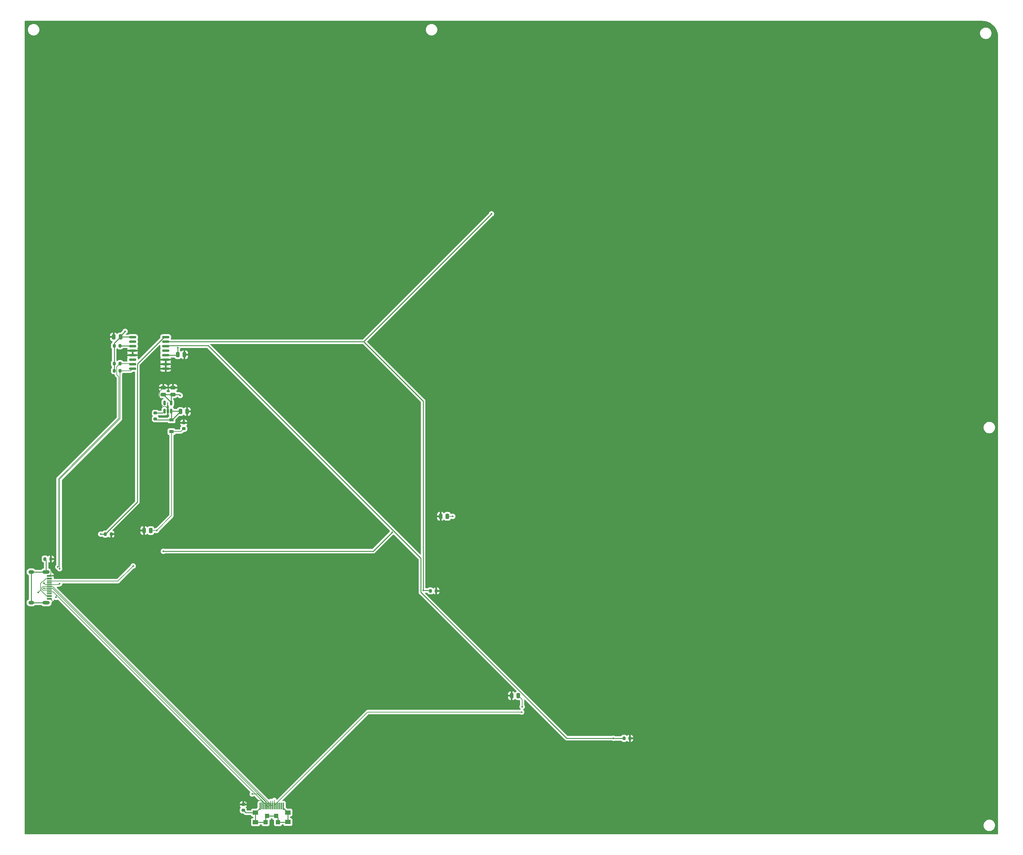
<source format=gbl>
%TF.GenerationSoftware,KiCad,Pcbnew,(6.0.4)*%
%TF.CreationDate,2022-05-26T23:52:49-07:00*%
%TF.ProjectId,top_R,746f705f-522e-46b6-9963-61645f706362,rev?*%
%TF.SameCoordinates,Original*%
%TF.FileFunction,Copper,L2,Bot*%
%TF.FilePolarity,Positive*%
%FSLAX46Y46*%
G04 Gerber Fmt 4.6, Leading zero omitted, Abs format (unit mm)*
G04 Created by KiCad (PCBNEW (6.0.4)) date 2022-05-26 23:52:49*
%MOMM*%
%LPD*%
G01*
G04 APERTURE LIST*
G04 Aperture macros list*
%AMRoundRect*
0 Rectangle with rounded corners*
0 $1 Rounding radius*
0 $2 $3 $4 $5 $6 $7 $8 $9 X,Y pos of 4 corners*
0 Add a 4 corners polygon primitive as box body*
4,1,4,$2,$3,$4,$5,$6,$7,$8,$9,$2,$3,0*
0 Add four circle primitives for the rounded corners*
1,1,$1+$1,$2,$3*
1,1,$1+$1,$4,$5*
1,1,$1+$1,$6,$7*
1,1,$1+$1,$8,$9*
0 Add four rect primitives between the rounded corners*
20,1,$1+$1,$2,$3,$4,$5,0*
20,1,$1+$1,$4,$5,$6,$7,0*
20,1,$1+$1,$6,$7,$8,$9,0*
20,1,$1+$1,$8,$9,$2,$3,0*%
G04 Aperture macros list end*
%TA.AperFunction,SMDPad,CuDef*%
%ADD10RoundRect,0.200000X-0.200000X-0.275000X0.200000X-0.275000X0.200000X0.275000X-0.200000X0.275000X0*%
%TD*%
%TA.AperFunction,SMDPad,CuDef*%
%ADD11RoundRect,0.250000X0.250000X0.475000X-0.250000X0.475000X-0.250000X-0.475000X0.250000X-0.475000X0*%
%TD*%
%TA.AperFunction,SMDPad,CuDef*%
%ADD12RoundRect,0.200000X0.275000X-0.200000X0.275000X0.200000X-0.275000X0.200000X-0.275000X-0.200000X0*%
%TD*%
%TA.AperFunction,SMDPad,CuDef*%
%ADD13RoundRect,0.200000X0.200000X0.275000X-0.200000X0.275000X-0.200000X-0.275000X0.200000X-0.275000X0*%
%TD*%
%TA.AperFunction,SMDPad,CuDef*%
%ADD14RoundRect,0.250000X-0.250000X-0.475000X0.250000X-0.475000X0.250000X0.475000X-0.250000X0.475000X0*%
%TD*%
%TA.AperFunction,SMDPad,CuDef*%
%ADD15R,0.400000X1.825000*%
%TD*%
%TA.AperFunction,SMDPad,CuDef*%
%ADD16R,1.200000X1.200000*%
%TD*%
%TA.AperFunction,SMDPad,CuDef*%
%ADD17R,1.500000X1.200000*%
%TD*%
%TA.AperFunction,SMDPad,CuDef*%
%ADD18R,0.400000X2.012500*%
%TD*%
%TA.AperFunction,SMDPad,CuDef*%
%ADD19RoundRect,0.200000X-0.275000X0.200000X-0.275000X-0.200000X0.275000X-0.200000X0.275000X0.200000X0*%
%TD*%
%TA.AperFunction,SMDPad,CuDef*%
%ADD20RoundRect,0.150000X0.875000X0.150000X-0.875000X0.150000X-0.875000X-0.150000X0.875000X-0.150000X0*%
%TD*%
%TA.AperFunction,SMDPad,CuDef*%
%ADD21RoundRect,0.150000X0.150000X-0.512500X0.150000X0.512500X-0.150000X0.512500X-0.150000X-0.512500X0*%
%TD*%
%TA.AperFunction,SMDPad,CuDef*%
%ADD22R,1.450000X0.600000*%
%TD*%
%TA.AperFunction,SMDPad,CuDef*%
%ADD23R,1.450000X0.300000*%
%TD*%
%TA.AperFunction,ComponentPad*%
%ADD24O,1.600000X1.000000*%
%TD*%
%TA.AperFunction,ComponentPad*%
%ADD25O,2.100000X1.000000*%
%TD*%
%TA.AperFunction,SMDPad,CuDef*%
%ADD26RoundRect,0.250000X0.475000X-0.250000X0.475000X0.250000X-0.475000X0.250000X-0.475000X-0.250000X0*%
%TD*%
%TA.AperFunction,SMDPad,CuDef*%
%ADD27R,1.200000X0.900000*%
%TD*%
%TA.AperFunction,ViaPad*%
%ADD28C,0.500000*%
%TD*%
%TA.AperFunction,Conductor*%
%ADD29C,0.200000*%
%TD*%
%TA.AperFunction,Conductor*%
%ADD30C,0.250000*%
%TD*%
G04 APERTURE END LIST*
D10*
X45675000Y-117000000D03*
X47325000Y-117000000D03*
D11*
X55950000Y-164000000D03*
X54050000Y-164000000D03*
D12*
X65250000Y-135325000D03*
X65250000Y-133675000D03*
D13*
X44825000Y-165000000D03*
X43175000Y-165000000D03*
D14*
X63550000Y-114500000D03*
X65450000Y-114500000D03*
D15*
X87250000Y-241550000D03*
X88750000Y-241550000D03*
X89250000Y-241550000D03*
X89750000Y-241550000D03*
X90250000Y-241550000D03*
X91750000Y-241550000D03*
X92250000Y-241550000D03*
X92750000Y-241550000D03*
X91250000Y-241550000D03*
X90750000Y-241550000D03*
X88250000Y-241550000D03*
X87750000Y-241550000D03*
D16*
X91750000Y-246100000D03*
X91250000Y-244350000D03*
X88250000Y-246100000D03*
D17*
X94550000Y-243400000D03*
D18*
X86750000Y-241643750D03*
X93250000Y-241650000D03*
D16*
X88750000Y-244350000D03*
D17*
X85450000Y-246100000D03*
X85450000Y-243450000D03*
X94550000Y-246050000D03*
D13*
X47325000Y-112000000D03*
X45675000Y-112000000D03*
D19*
X82000000Y-241115000D03*
X82000000Y-242765000D03*
D20*
X60150000Y-109555000D03*
X60150000Y-110825000D03*
X60150000Y-112095000D03*
X60150000Y-113365000D03*
X60150000Y-114635000D03*
X60150000Y-115905000D03*
X60150000Y-117175000D03*
X60150000Y-118445000D03*
X50850000Y-118445000D03*
X50850000Y-117175000D03*
X50850000Y-115905000D03*
X50850000Y-114635000D03*
X50850000Y-113365000D03*
X50850000Y-112095000D03*
X50850000Y-110825000D03*
X50850000Y-109555000D03*
D21*
X61700000Y-130387500D03*
X60750000Y-130387500D03*
X59800000Y-130387500D03*
X59800000Y-128112500D03*
X61700000Y-128112500D03*
D13*
X190825000Y-222500000D03*
X189175000Y-222500000D03*
X136325000Y-181000000D03*
X134675000Y-181000000D03*
D11*
X47450000Y-109500000D03*
X45550000Y-109500000D03*
D14*
X64300000Y-130500000D03*
X66200000Y-130500000D03*
D10*
X45675000Y-119000000D03*
X47325000Y-119000000D03*
D22*
X27415000Y-183250000D03*
X27415000Y-182450000D03*
D23*
X27415000Y-181250000D03*
X27415000Y-180250000D03*
X27415000Y-179750000D03*
X27415000Y-178750000D03*
D22*
X27415000Y-177550000D03*
X27415000Y-176750000D03*
X27415000Y-176750000D03*
X27415000Y-177550000D03*
D23*
X27415000Y-178250000D03*
X27415000Y-179250000D03*
X27415000Y-180750000D03*
X27415000Y-181750000D03*
D22*
X27415000Y-182450000D03*
X27415000Y-183250000D03*
D24*
X22320000Y-175680000D03*
D25*
X26500000Y-175680000D03*
D24*
X22320000Y-184320000D03*
D25*
X26500000Y-184320000D03*
D13*
X27825000Y-172000000D03*
X26175000Y-172000000D03*
D11*
X159450000Y-210500000D03*
X157550000Y-210500000D03*
D26*
X59500000Y-125700000D03*
X59500000Y-123800000D03*
D19*
X57250000Y-130925000D03*
X57250000Y-132575000D03*
D11*
X139450000Y-160000000D03*
X137550000Y-160000000D03*
D27*
X61800000Y-132850000D03*
X61800000Y-136150000D03*
D26*
X62250000Y-125700000D03*
X62250000Y-123800000D03*
D28*
X160500000Y-213600000D03*
X84525000Y-238165000D03*
X57600000Y-163975000D03*
X24275000Y-181400000D03*
X140950000Y-160000000D03*
X110000000Y-224500000D03*
X136850000Y-163275000D03*
X152250000Y-199250000D03*
X129500000Y-120750000D03*
X33000000Y-176750000D03*
X33000000Y-179500000D03*
X131000000Y-163250000D03*
X126250000Y-124000000D03*
X147500000Y-199250000D03*
X157800000Y-214175000D03*
X53475000Y-169325000D03*
X107750000Y-222250000D03*
X48725000Y-107925000D03*
X64250000Y-126000000D03*
X63550000Y-112500000D03*
X51000000Y-174000000D03*
X59525000Y-169825000D03*
X123900000Y-164525000D03*
X160375000Y-215100000D03*
X29250000Y-182825000D03*
X29820612Y-174273440D03*
X30325000Y-178950000D03*
X25875000Y-178850000D03*
X25875000Y-180250000D03*
X30325000Y-174750000D03*
X41875000Y-165000000D03*
X132650000Y-180850000D03*
X151900000Y-74850000D03*
X186175000Y-222475000D03*
D29*
X25006616Y-180668384D02*
X25006616Y-180815638D01*
X26483918Y-177550000D02*
X25758918Y-178275000D01*
X88250000Y-240340000D02*
X87075000Y-239165000D01*
X57575000Y-164000000D02*
X57600000Y-163975000D01*
X86075000Y-238165000D02*
X84525000Y-238165000D01*
X57600000Y-163975000D02*
X61800000Y-159775000D01*
X139450000Y-160000000D02*
X140950000Y-160000000D01*
X87075000Y-239165000D02*
X86075000Y-238165000D01*
X26640978Y-182450000D02*
X27415000Y-182450000D01*
X61800000Y-159775000D02*
X61800000Y-136150000D01*
X160500000Y-211550000D02*
X160500000Y-213600000D01*
X25006616Y-180593385D02*
X25006616Y-180668384D01*
X64425000Y-136150000D02*
X65250000Y-135325000D01*
X24948480Y-178901520D02*
X24948480Y-180535249D01*
X24948480Y-180535249D02*
X25006616Y-180593385D01*
X159450000Y-210500000D02*
X160500000Y-211550000D01*
X27415000Y-177550000D02*
X26483918Y-177550000D01*
X88250000Y-241550000D02*
X88750000Y-241550000D01*
X25758918Y-178275000D02*
X25575000Y-178275000D01*
X55950000Y-164000000D02*
X57575000Y-164000000D01*
X25575000Y-178275000D02*
X24948480Y-178901520D01*
X25006616Y-180668384D02*
X24275000Y-181400000D01*
X61800000Y-136150000D02*
X64425000Y-136150000D01*
X88250000Y-241550000D02*
X88250000Y-240340000D01*
X25006616Y-180815638D02*
X26640978Y-182450000D01*
X87000000Y-239940000D02*
X87750000Y-240690000D01*
X87250000Y-240190000D02*
X87250000Y-241550000D01*
X87750000Y-240690000D02*
X87750000Y-241550000D01*
X83175000Y-239940000D02*
X87000000Y-239940000D01*
X58475480Y-128086197D02*
X58475480Y-124824520D01*
X82000000Y-241115000D02*
X83175000Y-239940000D01*
X60750000Y-129688323D02*
X60136197Y-129074520D01*
X60750000Y-130387500D02*
X60750000Y-129688323D01*
X27675000Y-183250000D02*
X29350000Y-184925000D01*
X27849520Y-176315480D02*
X27415000Y-176750000D01*
X29425000Y-176750000D02*
X29975000Y-176200000D01*
X58475480Y-124824520D02*
X59500000Y-123800000D01*
X59463803Y-129074520D02*
X58475480Y-128086197D01*
X27415000Y-183250000D02*
X27675000Y-183250000D01*
X27825000Y-172000000D02*
X27849520Y-172024520D01*
X27415000Y-176750000D02*
X29425000Y-176750000D01*
X87000000Y-239940000D02*
X87250000Y-240190000D01*
X60136197Y-129074520D02*
X59463803Y-129074520D01*
X27849520Y-172024520D02*
X27849520Y-176315480D01*
D30*
X62250000Y-125700000D02*
X63950000Y-125700000D01*
X45675000Y-111275000D02*
X47450000Y-109500000D01*
X59723928Y-114635000D02*
X60150000Y-114635000D01*
X63415000Y-114635000D02*
X63550000Y-114500000D01*
X47450000Y-109200000D02*
X48725000Y-107925000D01*
X59500000Y-125700000D02*
X61700000Y-127900000D01*
X60150000Y-114635000D02*
X63415000Y-114635000D01*
X61700000Y-128112500D02*
X61700000Y-126250000D01*
X63550000Y-114500000D02*
X63550000Y-112500000D01*
X45675000Y-119000000D02*
X45675000Y-117000000D01*
X47450000Y-109500000D02*
X47450000Y-109200000D01*
X45675000Y-117000000D02*
X45675000Y-112000000D01*
X61700000Y-127900000D02*
X61700000Y-128112500D01*
X61700000Y-126250000D02*
X62250000Y-125700000D01*
X47450000Y-109500000D02*
X50795000Y-109500000D01*
X62250000Y-125700000D02*
X59500000Y-125700000D01*
X50795000Y-109500000D02*
X50850000Y-109555000D01*
X63950000Y-125700000D02*
X64250000Y-126000000D01*
X45675000Y-112000000D02*
X45675000Y-111275000D01*
D29*
X46750000Y-178250000D02*
X51000000Y-174000000D01*
X27415000Y-178250000D02*
X46750000Y-178250000D01*
D30*
X59525000Y-169825000D02*
X118600000Y-169825000D01*
X118600000Y-169825000D02*
X123900000Y-164525000D01*
D29*
X117025000Y-215100000D02*
X90750000Y-241375000D01*
X90750000Y-239815000D02*
X90750000Y-241550000D01*
X160375000Y-215100000D02*
X117025000Y-215100000D01*
X29998480Y-174095572D02*
X29820612Y-174273440D01*
X46374520Y-117950480D02*
X46374520Y-120101040D01*
X29998480Y-172925000D02*
X29998480Y-174095572D01*
X29998480Y-149389750D02*
X29998480Y-172525000D01*
X29363750Y-182111250D02*
X29363750Y-182711250D01*
X36281615Y-143106615D02*
X29998480Y-149389750D01*
X89250000Y-241550000D02*
X89250000Y-240437500D01*
X46374520Y-120101040D02*
X46998480Y-120725000D01*
X47325000Y-117000000D02*
X46374520Y-117950480D01*
X46998480Y-132389750D02*
X36281615Y-143106615D01*
X50675000Y-117000000D02*
X50850000Y-117175000D01*
X29363750Y-182711250D02*
X29250000Y-182825000D01*
X46998480Y-128825000D02*
X46998480Y-132389750D01*
X89250000Y-241997500D02*
X29363750Y-182111250D01*
X29998480Y-172525000D02*
X29998480Y-172925000D01*
X28502500Y-181250000D02*
X27415000Y-181250000D01*
X29363750Y-182111250D02*
X28502500Y-181250000D01*
X47325000Y-117000000D02*
X50675000Y-117000000D01*
X46998480Y-120725000D02*
X46998480Y-128825000D01*
X26275000Y-179250000D02*
X27415000Y-179250000D01*
X25875000Y-178850000D02*
X26275000Y-179250000D01*
X27415000Y-179250000D02*
X30025000Y-179250000D01*
X89750000Y-241660000D02*
X28340000Y-180250000D01*
X47325000Y-132525000D02*
X47325000Y-119000000D01*
X30325000Y-174750000D02*
X30325000Y-149525000D01*
X89750000Y-241550000D02*
X89750000Y-240100000D01*
X30325000Y-149525000D02*
X47325000Y-132525000D01*
X50295000Y-119000000D02*
X50850000Y-118445000D01*
X28340000Y-180250000D02*
X27415000Y-180250000D01*
X30025000Y-179250000D02*
X30325000Y-178950000D01*
X47325000Y-119000000D02*
X50295000Y-119000000D01*
X27415000Y-180250000D02*
X25875000Y-180250000D01*
X26375000Y-179750000D02*
X27415000Y-179750000D01*
X28340000Y-179750000D02*
X27415000Y-179750000D01*
X25275000Y-180100000D02*
X25650000Y-179725000D01*
X90250000Y-241660000D02*
X28340000Y-179750000D01*
X25650000Y-179725000D02*
X26350000Y-179725000D01*
X90250000Y-241550000D02*
X90250000Y-240100000D01*
X26100000Y-180750000D02*
X25975000Y-180875000D01*
X25975000Y-180875000D02*
X25750000Y-180875000D01*
X27415000Y-180750000D02*
X26100000Y-180750000D01*
X25275000Y-180400000D02*
X25275000Y-180100000D01*
X25750000Y-180875000D02*
X25275000Y-180400000D01*
X26350000Y-179725000D02*
X26375000Y-179750000D01*
D30*
X22320000Y-175680000D02*
X22320000Y-184320000D01*
X26500000Y-172325000D02*
X26500000Y-175680000D01*
X26175000Y-172000000D02*
X26500000Y-172325000D01*
X26500000Y-175680000D02*
X22320000Y-175680000D01*
X22320000Y-184320000D02*
X26500000Y-184320000D01*
X91250000Y-244350000D02*
X88750000Y-244350000D01*
X82000000Y-242765000D02*
X82685000Y-243450000D01*
X85450000Y-243450000D02*
X86725489Y-242174511D01*
X82685000Y-243450000D02*
X85450000Y-243450000D01*
X91750000Y-246100000D02*
X91750000Y-244850000D01*
X85450000Y-246100000D02*
X88250000Y-246100000D01*
X85450000Y-243450000D02*
X85450000Y-246100000D01*
X93274511Y-242124511D02*
X93274511Y-241650000D01*
X91750000Y-246100000D02*
X94500000Y-246100000D01*
X94500000Y-246100000D02*
X94550000Y-246050000D01*
X91750000Y-244850000D02*
X91250000Y-244350000D01*
X88250000Y-246100000D02*
X88250000Y-244850000D01*
X94550000Y-246050000D02*
X94550000Y-243400000D01*
X88250000Y-244850000D02*
X88750000Y-244350000D01*
X94550000Y-243400000D02*
X93274511Y-242124511D01*
X86725489Y-242174511D02*
X86725489Y-241643750D01*
X52199520Y-117079408D02*
X52199520Y-155975480D01*
X60150000Y-109555000D02*
X59723928Y-109555000D01*
X59723928Y-109555000D02*
X52199520Y-117079408D01*
X41875000Y-165000000D02*
X43175000Y-165000000D01*
X52199520Y-155975480D02*
X43175000Y-165000000D01*
X132650000Y-127550000D02*
X115925000Y-110825000D01*
X132650000Y-180850000D02*
X132650000Y-127550000D01*
X115925000Y-110825000D02*
X151900000Y-74850000D01*
X132650000Y-180850000D02*
X134525000Y-180850000D01*
X60150000Y-110825000D02*
X115925000Y-110825000D01*
X134525000Y-180850000D02*
X134675000Y-181000000D01*
X60319511Y-111925489D02*
X72112971Y-111925489D01*
X131975000Y-181375000D02*
X173075000Y-222475000D01*
X173075000Y-222475000D02*
X186175000Y-222475000D01*
X186200000Y-222500000D02*
X186175000Y-222475000D01*
X72112971Y-111925489D02*
X131975000Y-171787518D01*
X60150000Y-112095000D02*
X60319511Y-111925489D01*
X189175000Y-222500000D02*
X186200000Y-222500000D01*
X131975000Y-171787518D02*
X131975000Y-181375000D01*
X61700000Y-130387500D02*
X64187500Y-130387500D01*
X61700000Y-130387500D02*
X61800000Y-130487500D01*
X61800000Y-130487500D02*
X61800000Y-132850000D01*
X57250000Y-132575000D02*
X57525000Y-132850000D01*
X61950000Y-132850000D02*
X64300000Y-130500000D01*
X64187500Y-130387500D02*
X64300000Y-130500000D01*
X61800000Y-132850000D02*
X61950000Y-132850000D01*
X57525000Y-132850000D02*
X61800000Y-132850000D01*
X57250000Y-130925000D02*
X59262500Y-130925000D01*
X59262500Y-130925000D02*
X59800000Y-130387500D01*
X47325000Y-112000000D02*
X50755000Y-112000000D01*
X50755000Y-112000000D02*
X50850000Y-112095000D01*
%TA.AperFunction,Conductor*%
G36*
X289970018Y-20510000D02*
G01*
X289984851Y-20512310D01*
X289984855Y-20512310D01*
X289993724Y-20513691D01*
X290014183Y-20511016D01*
X290036007Y-20510072D01*
X290385965Y-20525352D01*
X290396913Y-20526310D01*
X290774498Y-20576019D01*
X290785307Y-20577926D01*
X291157114Y-20660353D01*
X291167731Y-20663198D01*
X291530939Y-20777718D01*
X291541254Y-20781471D01*
X291893123Y-20927220D01*
X291903067Y-20931858D01*
X292240867Y-21107705D01*
X292250387Y-21113201D01*
X292571574Y-21317820D01*
X292580578Y-21324124D01*
X292882716Y-21555962D01*
X292891137Y-21563028D01*
X293171914Y-21820314D01*
X293179686Y-21828086D01*
X293436972Y-22108863D01*
X293444038Y-22117284D01*
X293675876Y-22419422D01*
X293682180Y-22428426D01*
X293886799Y-22749613D01*
X293892294Y-22759132D01*
X294017683Y-23000000D01*
X294068138Y-23096924D01*
X294072780Y-23106877D01*
X294141206Y-23272072D01*
X294218526Y-23458739D01*
X294222282Y-23469061D01*
X294305346Y-23732502D01*
X294336802Y-23832268D01*
X294339647Y-23842885D01*
X294405715Y-24140898D01*
X294422073Y-24214685D01*
X294423982Y-24225510D01*
X294473690Y-24603086D01*
X294474648Y-24614036D01*
X294489603Y-24956552D01*
X294488223Y-24981429D01*
X294486309Y-24993724D01*
X294487473Y-25002626D01*
X294487473Y-25002628D01*
X294490436Y-25025283D01*
X294491500Y-25041621D01*
X294491500Y-249365500D01*
X294471498Y-249433621D01*
X294417842Y-249480114D01*
X294365500Y-249491500D01*
X20634500Y-249491500D01*
X20566379Y-249471498D01*
X20519886Y-249417842D01*
X20508500Y-249365500D01*
X20508500Y-240846586D01*
X81018087Y-240846586D01*
X81021475Y-240858124D01*
X81022865Y-240859329D01*
X81030548Y-240861000D01*
X81727885Y-240861000D01*
X81743124Y-240856525D01*
X81744329Y-240855135D01*
X81746000Y-240847452D01*
X81746000Y-240842885D01*
X82254000Y-240842885D01*
X82258475Y-240858124D01*
X82259865Y-240859329D01*
X82267548Y-240861000D01*
X82964884Y-240861000D01*
X82980123Y-240856525D01*
X82981328Y-240855135D01*
X82982291Y-240850706D01*
X82976868Y-240791685D01*
X82974257Y-240778649D01*
X82927285Y-240628757D01*
X82921079Y-240615012D01*
X82840176Y-240481426D01*
X82830869Y-240469557D01*
X82720443Y-240359131D01*
X82708574Y-240349824D01*
X82574988Y-240268921D01*
X82561243Y-240262715D01*
X82411356Y-240215744D01*
X82398306Y-240213131D01*
X82334479Y-240207266D01*
X82328691Y-240207000D01*
X82272115Y-240207000D01*
X82256876Y-240211475D01*
X82255671Y-240212865D01*
X82254000Y-240220548D01*
X82254000Y-240842885D01*
X81746000Y-240842885D01*
X81746000Y-240225116D01*
X81741525Y-240209877D01*
X81740135Y-240208672D01*
X81732452Y-240207001D01*
X81671295Y-240207001D01*
X81665546Y-240207264D01*
X81601685Y-240213132D01*
X81588649Y-240215743D01*
X81438757Y-240262715D01*
X81425012Y-240268921D01*
X81291426Y-240349824D01*
X81279557Y-240359131D01*
X81169131Y-240469557D01*
X81159824Y-240481426D01*
X81078921Y-240615012D01*
X81072715Y-240628757D01*
X81025744Y-240778644D01*
X81023131Y-240791694D01*
X81018087Y-240846586D01*
X20508500Y-240846586D01*
X20508500Y-184312925D01*
X21006645Y-184312925D01*
X21024570Y-184509888D01*
X21080410Y-184699619D01*
X21083263Y-184705077D01*
X21083265Y-184705081D01*
X21130720Y-184795853D01*
X21172040Y-184874890D01*
X21295968Y-185029025D01*
X21300692Y-185032989D01*
X21307933Y-185039065D01*
X21447474Y-185156154D01*
X21452872Y-185159121D01*
X21452877Y-185159125D01*
X21596180Y-185237905D01*
X21620787Y-185251433D01*
X21626654Y-185253294D01*
X21626656Y-185253295D01*
X21803436Y-185309373D01*
X21809306Y-185311235D01*
X21963227Y-185328500D01*
X22669769Y-185328500D01*
X22672825Y-185328200D01*
X22672832Y-185328200D01*
X22731340Y-185322463D01*
X22816833Y-185314080D01*
X22822734Y-185312298D01*
X22822736Y-185312298D01*
X22896053Y-185290162D01*
X23006169Y-185256916D01*
X23180796Y-185164066D01*
X23267062Y-185093709D01*
X23329287Y-185042960D01*
X23329290Y-185042957D01*
X23334062Y-185039065D01*
X23346344Y-185024219D01*
X23367055Y-184999184D01*
X23425889Y-184959446D01*
X23464139Y-184953500D01*
X25104876Y-184953500D01*
X25172997Y-184973502D01*
X25203069Y-185000544D01*
X25225968Y-185029025D01*
X25230692Y-185032989D01*
X25237933Y-185039065D01*
X25377474Y-185156154D01*
X25382872Y-185159121D01*
X25382877Y-185159125D01*
X25526180Y-185237905D01*
X25550787Y-185251433D01*
X25556654Y-185253294D01*
X25556656Y-185253295D01*
X25733436Y-185309373D01*
X25739306Y-185311235D01*
X25893227Y-185328500D01*
X27099769Y-185328500D01*
X27102825Y-185328200D01*
X27102832Y-185328200D01*
X27161340Y-185322463D01*
X27246833Y-185314080D01*
X27252734Y-185312298D01*
X27252736Y-185312298D01*
X27326053Y-185290162D01*
X27436169Y-185256916D01*
X27610796Y-185164066D01*
X27697062Y-185093709D01*
X27759287Y-185042960D01*
X27759290Y-185042957D01*
X27764062Y-185039065D01*
X27795926Y-185000548D01*
X27886201Y-184891425D01*
X27886203Y-184891421D01*
X27890130Y-184886675D01*
X27984198Y-184712701D01*
X28042682Y-184523768D01*
X28063355Y-184327075D01*
X28051373Y-184195418D01*
X28065118Y-184125766D01*
X28114339Y-184074601D01*
X28176854Y-184057999D01*
X28184669Y-184057999D01*
X28191490Y-184057629D01*
X28242352Y-184052105D01*
X28257604Y-184048479D01*
X28378054Y-184003324D01*
X28393649Y-183994786D01*
X28495724Y-183918285D01*
X28508285Y-183905724D01*
X28584786Y-183803649D01*
X28593324Y-183788054D01*
X28638478Y-183667606D01*
X28642105Y-183652351D01*
X28647631Y-183601486D01*
X28648000Y-183594672D01*
X28648000Y-183570612D01*
X28668002Y-183502491D01*
X28721658Y-183455998D01*
X28791932Y-183445894D01*
X28842993Y-183465180D01*
X28877580Y-183487813D01*
X28905846Y-183506310D01*
X28912450Y-183508766D01*
X28912452Y-183508767D01*
X28943964Y-183520486D01*
X29065341Y-183565626D01*
X29234015Y-183588132D01*
X29241026Y-183587494D01*
X29241030Y-183587494D01*
X29396462Y-183573348D01*
X29403483Y-183572709D01*
X29410185Y-183570531D01*
X29410187Y-183570531D01*
X29558623Y-183522301D01*
X29558626Y-183522300D01*
X29565322Y-183520124D01*
X29571373Y-183516517D01*
X29571375Y-183516516D01*
X29698317Y-183440844D01*
X29767072Y-183423144D01*
X29834481Y-183445426D01*
X29851929Y-183459978D01*
X83916896Y-237524944D01*
X83950922Y-237587256D01*
X83945857Y-237658071D01*
X83932280Y-237681796D01*
X83933486Y-237682573D01*
X83841304Y-237825610D01*
X83783103Y-237985516D01*
X83761775Y-238154343D01*
X83778381Y-238323699D01*
X83832094Y-238485167D01*
X83920246Y-238630723D01*
X84038455Y-238753132D01*
X84180846Y-238846310D01*
X84187450Y-238848766D01*
X84187452Y-238848767D01*
X84223844Y-238862301D01*
X84340341Y-238905626D01*
X84509015Y-238928132D01*
X84516026Y-238927494D01*
X84516030Y-238927494D01*
X84671462Y-238913348D01*
X84678483Y-238912709D01*
X84685185Y-238910531D01*
X84685187Y-238910531D01*
X84833623Y-238862301D01*
X84833626Y-238862300D01*
X84840322Y-238860124D01*
X84955823Y-238791271D01*
X85020341Y-238773500D01*
X85113262Y-238773500D01*
X85181383Y-238793502D01*
X85202357Y-238810405D01*
X86365325Y-239973373D01*
X86399351Y-240035685D01*
X86394286Y-240106500D01*
X86351739Y-240163336D01*
X86320459Y-240180450D01*
X86303295Y-240186885D01*
X86186739Y-240274239D01*
X86099385Y-240390795D01*
X86048255Y-240527184D01*
X86041500Y-240589366D01*
X86041500Y-241910406D01*
X86021498Y-241978527D01*
X86004595Y-241999501D01*
X85699501Y-242304595D01*
X85637189Y-242338621D01*
X85610406Y-242341500D01*
X84651866Y-242341500D01*
X84589684Y-242348255D01*
X84453295Y-242399385D01*
X84336739Y-242486739D01*
X84249385Y-242603295D01*
X84246233Y-242611703D01*
X84200112Y-242734730D01*
X84157470Y-242791494D01*
X84090909Y-242816194D01*
X84082130Y-242816500D01*
X83109500Y-242816500D01*
X83041379Y-242796498D01*
X82994886Y-242742842D01*
X82983500Y-242690501D01*
X82983499Y-242511250D01*
X82983499Y-242508366D01*
X82983234Y-242505474D01*
X82977364Y-242441592D01*
X82976753Y-242434938D01*
X82951630Y-242354771D01*
X82927744Y-242278550D01*
X82927743Y-242278548D01*
X82925472Y-242271301D01*
X82836639Y-242124619D01*
X82740761Y-242028741D01*
X82706735Y-241966429D01*
X82711800Y-241895614D01*
X82740761Y-241850551D01*
X82830869Y-241760443D01*
X82840176Y-241748574D01*
X82921079Y-241614988D01*
X82927285Y-241601243D01*
X82974256Y-241451356D01*
X82976869Y-241438306D01*
X82981913Y-241383414D01*
X82978525Y-241371876D01*
X82977135Y-241370671D01*
X82969452Y-241369000D01*
X81035116Y-241369000D01*
X81019877Y-241373475D01*
X81018672Y-241374865D01*
X81017709Y-241379294D01*
X81023132Y-241438315D01*
X81025743Y-241451351D01*
X81072715Y-241601243D01*
X81078921Y-241614988D01*
X81159824Y-241748574D01*
X81169131Y-241760443D01*
X81259239Y-241850551D01*
X81293265Y-241912863D01*
X81288200Y-241983678D01*
X81259239Y-242028741D01*
X81163361Y-242124619D01*
X81074528Y-242271301D01*
X81023247Y-242434938D01*
X81016500Y-242508365D01*
X81016501Y-243021634D01*
X81023247Y-243095062D01*
X81025246Y-243101440D01*
X81025246Y-243101441D01*
X81070988Y-243247402D01*
X81074528Y-243258699D01*
X81163361Y-243405381D01*
X81284619Y-243526639D01*
X81431301Y-243615472D01*
X81438548Y-243617743D01*
X81438550Y-243617744D01*
X81484951Y-243632285D01*
X81594938Y-243666753D01*
X81668365Y-243673500D01*
X81686474Y-243673500D01*
X81960406Y-243673499D01*
X82028525Y-243693501D01*
X82049500Y-243710404D01*
X82181343Y-243842247D01*
X82188887Y-243850537D01*
X82193000Y-243857018D01*
X82198777Y-243862443D01*
X82242667Y-243903658D01*
X82245509Y-243906413D01*
X82265230Y-243926134D01*
X82268425Y-243928612D01*
X82277447Y-243936318D01*
X82309679Y-243966586D01*
X82316628Y-243970406D01*
X82327432Y-243976346D01*
X82343956Y-243987199D01*
X82359959Y-243999613D01*
X82400543Y-244017176D01*
X82411173Y-244022383D01*
X82449940Y-244043695D01*
X82457617Y-244045666D01*
X82457622Y-244045668D01*
X82469558Y-244048732D01*
X82488266Y-244055137D01*
X82506855Y-244063181D01*
X82514683Y-244064421D01*
X82514690Y-244064423D01*
X82550524Y-244070099D01*
X82562144Y-244072505D01*
X82597289Y-244081528D01*
X82604970Y-244083500D01*
X82625224Y-244083500D01*
X82644934Y-244085051D01*
X82664943Y-244088220D01*
X82672835Y-244087474D01*
X82708961Y-244084059D01*
X82720819Y-244083500D01*
X84082130Y-244083500D01*
X84150251Y-244103502D01*
X84196744Y-244157158D01*
X84200112Y-244165270D01*
X84249385Y-244296705D01*
X84336739Y-244413261D01*
X84453295Y-244500615D01*
X84589684Y-244551745D01*
X84651866Y-244558500D01*
X84690500Y-244558500D01*
X84758621Y-244578502D01*
X84805114Y-244632158D01*
X84816500Y-244684500D01*
X84816500Y-244865500D01*
X84796498Y-244933621D01*
X84742842Y-244980114D01*
X84690500Y-244991500D01*
X84651866Y-244991500D01*
X84589684Y-244998255D01*
X84453295Y-245049385D01*
X84336739Y-245136739D01*
X84249385Y-245253295D01*
X84198255Y-245389684D01*
X84191500Y-245451866D01*
X84191500Y-246748134D01*
X84198255Y-246810316D01*
X84249385Y-246946705D01*
X84336739Y-247063261D01*
X84453295Y-247150615D01*
X84589684Y-247201745D01*
X84651866Y-247208500D01*
X86248134Y-247208500D01*
X86310316Y-247201745D01*
X86446705Y-247150615D01*
X86563261Y-247063261D01*
X86650615Y-246946705D01*
X86699888Y-246815270D01*
X86742530Y-246758506D01*
X86809091Y-246733806D01*
X86817870Y-246733500D01*
X87032130Y-246733500D01*
X87100251Y-246753502D01*
X87146744Y-246807158D01*
X87150112Y-246815270D01*
X87199385Y-246946705D01*
X87286739Y-247063261D01*
X87403295Y-247150615D01*
X87539684Y-247201745D01*
X87601866Y-247208500D01*
X88898134Y-247208500D01*
X88960316Y-247201745D01*
X89096705Y-247150615D01*
X89213261Y-247063261D01*
X89300615Y-246946705D01*
X89351745Y-246810316D01*
X89358500Y-246748134D01*
X89358500Y-245574493D01*
X89378502Y-245506372D01*
X89432158Y-245459879D01*
X89453763Y-245452457D01*
X89460316Y-245451745D01*
X89467711Y-245448973D01*
X89467714Y-245448972D01*
X89588297Y-245403767D01*
X89596705Y-245400615D01*
X89713261Y-245313261D01*
X89800615Y-245196705D01*
X89839148Y-245093919D01*
X89849888Y-245065270D01*
X89892530Y-245008506D01*
X89959091Y-244983806D01*
X89967870Y-244983500D01*
X90032130Y-244983500D01*
X90100251Y-245003502D01*
X90146744Y-245057158D01*
X90150112Y-245065270D01*
X90160852Y-245093919D01*
X90199385Y-245196705D01*
X90286739Y-245313261D01*
X90403295Y-245400615D01*
X90411703Y-245403767D01*
X90532286Y-245448972D01*
X90532289Y-245448973D01*
X90539684Y-245451745D01*
X90545453Y-245452372D01*
X90606291Y-245487126D01*
X90639113Y-245550081D01*
X90641500Y-245574493D01*
X90641500Y-246748134D01*
X90648255Y-246810316D01*
X90699385Y-246946705D01*
X90786739Y-247063261D01*
X90903295Y-247150615D01*
X91039684Y-247201745D01*
X91101866Y-247208500D01*
X92398134Y-247208500D01*
X92460316Y-247201745D01*
X92596705Y-247150615D01*
X92713261Y-247063261D01*
X92800615Y-246946705D01*
X92849888Y-246815270D01*
X92892530Y-246758506D01*
X92959091Y-246733806D01*
X92967870Y-246733500D01*
X93200874Y-246733500D01*
X93268995Y-246753502D01*
X93315488Y-246807158D01*
X93318856Y-246815270D01*
X93349385Y-246896705D01*
X93436739Y-247013261D01*
X93553295Y-247100615D01*
X93689684Y-247151745D01*
X93751866Y-247158500D01*
X95348134Y-247158500D01*
X95410316Y-247151745D01*
X95546705Y-247100615D01*
X95663261Y-247013261D01*
X95673200Y-247000000D01*
X290386526Y-247000000D01*
X290406391Y-247252403D01*
X290465495Y-247498591D01*
X290562384Y-247732502D01*
X290694672Y-247948376D01*
X290859102Y-248140898D01*
X291051624Y-248305328D01*
X291267498Y-248437616D01*
X291272068Y-248439509D01*
X291272072Y-248439511D01*
X291496836Y-248532611D01*
X291501409Y-248534505D01*
X291586032Y-248554821D01*
X291742784Y-248592454D01*
X291742790Y-248592455D01*
X291747597Y-248593609D01*
X291847416Y-248601465D01*
X291934345Y-248608307D01*
X291934352Y-248608307D01*
X291936801Y-248608500D01*
X292063199Y-248608500D01*
X292065648Y-248608307D01*
X292065655Y-248608307D01*
X292152584Y-248601465D01*
X292252403Y-248593609D01*
X292257210Y-248592455D01*
X292257216Y-248592454D01*
X292413968Y-248554821D01*
X292498591Y-248534505D01*
X292503164Y-248532611D01*
X292727928Y-248439511D01*
X292727932Y-248439509D01*
X292732502Y-248437616D01*
X292948376Y-248305328D01*
X293140898Y-248140898D01*
X293305328Y-247948376D01*
X293437616Y-247732502D01*
X293534505Y-247498591D01*
X293593609Y-247252403D01*
X293613474Y-247000000D01*
X293593609Y-246747597D01*
X293590299Y-246733806D01*
X293535660Y-246506221D01*
X293534505Y-246501409D01*
X293437616Y-246267498D01*
X293305328Y-246051624D01*
X293140898Y-245859102D01*
X292948376Y-245694672D01*
X292732502Y-245562384D01*
X292727932Y-245560491D01*
X292727928Y-245560489D01*
X292503164Y-245467389D01*
X292503162Y-245467388D01*
X292498591Y-245465495D01*
X292398619Y-245441494D01*
X292257216Y-245407546D01*
X292257210Y-245407545D01*
X292252403Y-245406391D01*
X292139943Y-245397540D01*
X292065655Y-245391693D01*
X292065648Y-245391693D01*
X292063199Y-245391500D01*
X291936801Y-245391500D01*
X291934352Y-245391693D01*
X291934345Y-245391693D01*
X291860057Y-245397540D01*
X291747597Y-245406391D01*
X291742790Y-245407545D01*
X291742784Y-245407546D01*
X291601381Y-245441494D01*
X291501409Y-245465495D01*
X291496838Y-245467388D01*
X291496836Y-245467389D01*
X291272072Y-245560489D01*
X291272068Y-245560491D01*
X291267498Y-245562384D01*
X291051624Y-245694672D01*
X290859102Y-245859102D01*
X290694672Y-246051624D01*
X290562384Y-246267498D01*
X290465495Y-246501409D01*
X290464340Y-246506221D01*
X290409702Y-246733806D01*
X290406391Y-246747597D01*
X290386526Y-247000000D01*
X95673200Y-247000000D01*
X95750615Y-246896705D01*
X95801745Y-246760316D01*
X95808500Y-246698134D01*
X95808500Y-245401866D01*
X95801745Y-245339684D01*
X95750615Y-245203295D01*
X95663261Y-245086739D01*
X95546705Y-244999385D01*
X95410316Y-244948255D01*
X95348134Y-244941500D01*
X95309500Y-244941500D01*
X95241379Y-244921498D01*
X95194886Y-244867842D01*
X95183500Y-244815500D01*
X95183500Y-244634500D01*
X95203502Y-244566379D01*
X95257158Y-244519886D01*
X95309500Y-244508500D01*
X95348134Y-244508500D01*
X95410316Y-244501745D01*
X95546705Y-244450615D01*
X95663261Y-244363261D01*
X95750615Y-244246705D01*
X95801745Y-244110316D01*
X95808500Y-244048134D01*
X95808500Y-242751866D01*
X95801745Y-242689684D01*
X95750615Y-242553295D01*
X95663261Y-242436739D01*
X95546705Y-242349385D01*
X95410316Y-242298255D01*
X95348134Y-242291500D01*
X94389595Y-242291500D01*
X94321474Y-242271498D01*
X94300500Y-242254595D01*
X93995405Y-241949500D01*
X93961379Y-241887188D01*
X93958500Y-241860405D01*
X93958500Y-240595616D01*
X93951745Y-240533434D01*
X93900615Y-240397045D01*
X93813261Y-240280489D01*
X93696705Y-240193135D01*
X93560316Y-240142005D01*
X93498134Y-240135250D01*
X93154489Y-240135250D01*
X93086368Y-240115248D01*
X93039875Y-240061592D01*
X93029771Y-239991318D01*
X93059265Y-239926738D01*
X93065394Y-239920155D01*
X117240144Y-215745405D01*
X117302456Y-215711379D01*
X117329239Y-215708500D01*
X159882019Y-215708500D01*
X159951012Y-215729068D01*
X159975978Y-215745405D01*
X160030846Y-215781310D01*
X160037450Y-215783766D01*
X160037452Y-215783767D01*
X160073844Y-215797301D01*
X160190341Y-215840626D01*
X160359015Y-215863132D01*
X160366026Y-215862494D01*
X160366030Y-215862494D01*
X160521462Y-215848348D01*
X160528483Y-215847709D01*
X160535185Y-215845531D01*
X160535187Y-215845531D01*
X160683623Y-215797301D01*
X160683626Y-215797300D01*
X160690322Y-215795124D01*
X160836490Y-215707990D01*
X160841584Y-215703139D01*
X160841588Y-215703136D01*
X160908833Y-215639099D01*
X160959721Y-215590639D01*
X161053891Y-215448902D01*
X161114319Y-215289825D01*
X161138001Y-215121313D01*
X161138299Y-215100000D01*
X161119331Y-214930892D01*
X161063368Y-214770189D01*
X160973192Y-214625879D01*
X160853286Y-214505132D01*
X160837189Y-214494916D01*
X160790391Y-214441530D01*
X160779885Y-214371316D01*
X160809007Y-214306567D01*
X160840185Y-214280303D01*
X160955444Y-214211594D01*
X160961490Y-214207990D01*
X160966584Y-214203139D01*
X160966588Y-214203136D01*
X161033833Y-214139099D01*
X161084721Y-214090639D01*
X161178891Y-213948902D01*
X161239319Y-213789825D01*
X161263001Y-213621313D01*
X161263299Y-213600000D01*
X161244331Y-213430892D01*
X161188368Y-213270189D01*
X161127645Y-213173013D01*
X161108500Y-213106245D01*
X161108500Y-211708594D01*
X161128502Y-211640473D01*
X161182158Y-211593980D01*
X161252432Y-211583876D01*
X161317012Y-211613370D01*
X161323595Y-211619499D01*
X172571343Y-222867247D01*
X172578887Y-222875537D01*
X172583000Y-222882018D01*
X172588777Y-222887443D01*
X172632667Y-222928658D01*
X172635509Y-222931413D01*
X172655230Y-222951134D01*
X172658425Y-222953612D01*
X172667447Y-222961318D01*
X172699679Y-222991586D01*
X172706628Y-222995406D01*
X172717432Y-223001346D01*
X172733956Y-223012199D01*
X172749959Y-223024613D01*
X172790543Y-223042176D01*
X172801173Y-223047383D01*
X172839940Y-223068695D01*
X172847617Y-223070666D01*
X172847622Y-223070668D01*
X172859558Y-223073732D01*
X172878266Y-223080137D01*
X172896855Y-223088181D01*
X172904680Y-223089420D01*
X172904682Y-223089421D01*
X172940519Y-223095097D01*
X172952140Y-223097504D01*
X172987289Y-223106528D01*
X172994970Y-223108500D01*
X173015231Y-223108500D01*
X173034940Y-223110051D01*
X173054943Y-223113219D01*
X173062835Y-223112473D01*
X173068062Y-223111979D01*
X173098954Y-223109059D01*
X173110811Y-223108500D01*
X185720223Y-223108500D01*
X185789216Y-223129068D01*
X185823146Y-223151271D01*
X185830846Y-223156310D01*
X185837450Y-223158766D01*
X185837452Y-223158767D01*
X185873844Y-223172301D01*
X185990341Y-223215626D01*
X186159015Y-223238132D01*
X186166026Y-223237494D01*
X186166030Y-223237494D01*
X186321462Y-223223348D01*
X186328483Y-223222709D01*
X186335185Y-223220531D01*
X186335187Y-223220531D01*
X186483623Y-223172301D01*
X186483626Y-223172300D01*
X186490322Y-223170124D01*
X186521948Y-223151271D01*
X186586466Y-223133500D01*
X188292775Y-223133500D01*
X188360896Y-223153502D01*
X188400551Y-223194229D01*
X188413361Y-223215381D01*
X188534619Y-223336639D01*
X188681301Y-223425472D01*
X188688548Y-223427743D01*
X188688550Y-223427744D01*
X188754836Y-223448517D01*
X188844938Y-223476753D01*
X188918365Y-223483500D01*
X188921263Y-223483500D01*
X189175665Y-223483499D01*
X189431634Y-223483499D01*
X189434492Y-223483236D01*
X189434501Y-223483236D01*
X189470004Y-223479974D01*
X189505062Y-223476753D01*
X189513030Y-223474256D01*
X189661450Y-223427744D01*
X189661452Y-223427743D01*
X189668699Y-223425472D01*
X189815381Y-223336639D01*
X189911259Y-223240761D01*
X189973571Y-223206735D01*
X190044386Y-223211800D01*
X190089449Y-223240761D01*
X190179557Y-223330869D01*
X190191426Y-223340176D01*
X190325012Y-223421079D01*
X190338757Y-223427285D01*
X190488644Y-223474256D01*
X190501694Y-223476869D01*
X190556586Y-223481913D01*
X190568124Y-223478525D01*
X190569329Y-223477135D01*
X190571000Y-223469452D01*
X190571000Y-223464884D01*
X191079000Y-223464884D01*
X191083475Y-223480123D01*
X191084865Y-223481328D01*
X191089294Y-223482291D01*
X191148315Y-223476868D01*
X191161351Y-223474257D01*
X191311243Y-223427285D01*
X191324988Y-223421079D01*
X191458574Y-223340176D01*
X191470443Y-223330869D01*
X191580869Y-223220443D01*
X191590176Y-223208574D01*
X191671079Y-223074988D01*
X191677285Y-223061243D01*
X191724256Y-222911356D01*
X191726869Y-222898306D01*
X191732734Y-222834479D01*
X191733000Y-222828691D01*
X191733000Y-222772115D01*
X191728525Y-222756876D01*
X191727135Y-222755671D01*
X191719452Y-222754000D01*
X191097115Y-222754000D01*
X191081876Y-222758475D01*
X191080671Y-222759865D01*
X191079000Y-222767548D01*
X191079000Y-223464884D01*
X190571000Y-223464884D01*
X190571000Y-222227885D01*
X191079000Y-222227885D01*
X191083475Y-222243124D01*
X191084865Y-222244329D01*
X191092548Y-222246000D01*
X191714884Y-222246000D01*
X191730123Y-222241525D01*
X191731328Y-222240135D01*
X191732999Y-222232452D01*
X191732999Y-222171295D01*
X191732736Y-222165546D01*
X191726868Y-222101685D01*
X191724257Y-222088649D01*
X191677285Y-221938757D01*
X191671079Y-221925012D01*
X191590176Y-221791426D01*
X191580869Y-221779557D01*
X191470443Y-221669131D01*
X191458574Y-221659824D01*
X191324988Y-221578921D01*
X191311243Y-221572715D01*
X191161356Y-221525744D01*
X191148306Y-221523131D01*
X191093414Y-221518087D01*
X191081876Y-221521475D01*
X191080671Y-221522865D01*
X191079000Y-221530548D01*
X191079000Y-222227885D01*
X190571000Y-222227885D01*
X190571000Y-221535116D01*
X190566525Y-221519877D01*
X190565135Y-221518672D01*
X190560706Y-221517709D01*
X190501685Y-221523132D01*
X190488649Y-221525743D01*
X190338757Y-221572715D01*
X190325012Y-221578921D01*
X190191426Y-221659824D01*
X190179557Y-221669131D01*
X190089449Y-221759239D01*
X190027137Y-221793265D01*
X189956322Y-221788200D01*
X189911259Y-221759239D01*
X189815381Y-221663361D01*
X189668699Y-221574528D01*
X189661452Y-221572257D01*
X189661450Y-221572256D01*
X189595164Y-221551483D01*
X189505062Y-221523247D01*
X189431635Y-221516500D01*
X189428737Y-221516500D01*
X189174335Y-221516501D01*
X188918366Y-221516501D01*
X188915508Y-221516764D01*
X188915499Y-221516764D01*
X188881619Y-221519877D01*
X188844938Y-221523247D01*
X188838560Y-221525246D01*
X188838559Y-221525246D01*
X188688550Y-221572256D01*
X188688548Y-221572257D01*
X188681301Y-221574528D01*
X188534619Y-221663361D01*
X188413361Y-221784619D01*
X188408125Y-221793265D01*
X188400551Y-221805771D01*
X188348154Y-221853678D01*
X188292775Y-221866500D01*
X186668411Y-221866500D01*
X186600897Y-221846885D01*
X186515562Y-221792729D01*
X186515558Y-221792727D01*
X186509608Y-221788951D01*
X186349300Y-221731868D01*
X186180329Y-221711720D01*
X186173326Y-221712456D01*
X186173325Y-221712456D01*
X186018101Y-221728770D01*
X186018097Y-221728771D01*
X186011093Y-221729507D01*
X185850003Y-221784346D01*
X185787468Y-221822818D01*
X185721448Y-221841500D01*
X173389595Y-221841500D01*
X173321474Y-221821498D01*
X173300500Y-221804595D01*
X133194500Y-181698595D01*
X133160474Y-181636283D01*
X133165539Y-181565468D01*
X133208086Y-181508632D01*
X133274606Y-181483821D01*
X133283595Y-181483500D01*
X133705704Y-181483500D01*
X133773825Y-181503502D01*
X133820542Y-181557652D01*
X133822255Y-181561446D01*
X133824528Y-181568699D01*
X133913361Y-181715381D01*
X134034619Y-181836639D01*
X134181301Y-181925472D01*
X134188548Y-181927743D01*
X134188550Y-181927744D01*
X134254836Y-181948517D01*
X134344938Y-181976753D01*
X134418365Y-181983500D01*
X134421263Y-181983500D01*
X134675665Y-181983499D01*
X134931634Y-181983499D01*
X134934492Y-181983236D01*
X134934501Y-181983236D01*
X134970004Y-181979974D01*
X135005062Y-181976753D01*
X135013030Y-181974256D01*
X135161450Y-181927744D01*
X135161452Y-181927743D01*
X135168699Y-181925472D01*
X135315381Y-181836639D01*
X135411259Y-181740761D01*
X135473571Y-181706735D01*
X135544386Y-181711800D01*
X135589449Y-181740761D01*
X135679557Y-181830869D01*
X135691426Y-181840176D01*
X135825012Y-181921079D01*
X135838757Y-181927285D01*
X135988644Y-181974256D01*
X136001694Y-181976869D01*
X136056586Y-181981913D01*
X136068124Y-181978525D01*
X136069329Y-181977135D01*
X136071000Y-181969452D01*
X136071000Y-181964884D01*
X136579000Y-181964884D01*
X136583475Y-181980123D01*
X136584865Y-181981328D01*
X136589294Y-181982291D01*
X136648315Y-181976868D01*
X136661351Y-181974257D01*
X136811243Y-181927285D01*
X136824988Y-181921079D01*
X136958574Y-181840176D01*
X136970443Y-181830869D01*
X137080869Y-181720443D01*
X137090176Y-181708574D01*
X137171079Y-181574988D01*
X137177285Y-181561243D01*
X137224256Y-181411356D01*
X137226869Y-181398306D01*
X137232734Y-181334479D01*
X137233000Y-181328691D01*
X137233000Y-181272115D01*
X137228525Y-181256876D01*
X137227135Y-181255671D01*
X137219452Y-181254000D01*
X136597115Y-181254000D01*
X136581876Y-181258475D01*
X136580671Y-181259865D01*
X136579000Y-181267548D01*
X136579000Y-181964884D01*
X136071000Y-181964884D01*
X136071000Y-180727885D01*
X136579000Y-180727885D01*
X136583475Y-180743124D01*
X136584865Y-180744329D01*
X136592548Y-180746000D01*
X137214884Y-180746000D01*
X137230123Y-180741525D01*
X137231328Y-180740135D01*
X137232999Y-180732452D01*
X137232999Y-180671295D01*
X137232736Y-180665546D01*
X137226868Y-180601685D01*
X137224257Y-180588649D01*
X137177285Y-180438757D01*
X137171079Y-180425012D01*
X137090176Y-180291426D01*
X137080869Y-180279557D01*
X136970443Y-180169131D01*
X136958574Y-180159824D01*
X136824988Y-180078921D01*
X136811243Y-180072715D01*
X136661356Y-180025744D01*
X136648306Y-180023131D01*
X136593414Y-180018087D01*
X136581876Y-180021475D01*
X136580671Y-180022865D01*
X136579000Y-180030548D01*
X136579000Y-180727885D01*
X136071000Y-180727885D01*
X136071000Y-180035116D01*
X136066525Y-180019877D01*
X136065135Y-180018672D01*
X136060706Y-180017709D01*
X136001685Y-180023132D01*
X135988649Y-180025743D01*
X135838757Y-180072715D01*
X135825012Y-180078921D01*
X135691426Y-180159824D01*
X135679557Y-180169131D01*
X135589449Y-180259239D01*
X135527137Y-180293265D01*
X135456322Y-180288200D01*
X135411259Y-180259239D01*
X135315381Y-180163361D01*
X135168699Y-180074528D01*
X135161452Y-180072257D01*
X135161450Y-180072256D01*
X135095164Y-180051483D01*
X135005062Y-180023247D01*
X134931635Y-180016500D01*
X134928737Y-180016500D01*
X134674335Y-180016501D01*
X134418366Y-180016501D01*
X134415508Y-180016764D01*
X134415499Y-180016764D01*
X134381619Y-180019877D01*
X134344938Y-180023247D01*
X134338560Y-180025246D01*
X134338559Y-180025246D01*
X134188550Y-180072256D01*
X134188548Y-180072257D01*
X134181301Y-180074528D01*
X134034619Y-180163361D01*
X134018385Y-180179595D01*
X133956073Y-180213621D01*
X133929290Y-180216500D01*
X133409500Y-180216500D01*
X133341379Y-180196498D01*
X133294886Y-180142842D01*
X133283500Y-180090500D01*
X133283500Y-160522095D01*
X136542001Y-160522095D01*
X136542338Y-160528614D01*
X136552257Y-160624206D01*
X136555149Y-160637600D01*
X136606588Y-160791784D01*
X136612761Y-160804962D01*
X136698063Y-160942807D01*
X136707099Y-160954208D01*
X136821829Y-161068739D01*
X136833240Y-161077751D01*
X136971243Y-161162816D01*
X136984424Y-161168963D01*
X137138710Y-161220138D01*
X137152086Y-161223005D01*
X137246438Y-161232672D01*
X137252854Y-161233000D01*
X137277885Y-161233000D01*
X137293124Y-161228525D01*
X137294329Y-161227135D01*
X137296000Y-161219452D01*
X137296000Y-161214884D01*
X137804000Y-161214884D01*
X137808475Y-161230123D01*
X137809865Y-161231328D01*
X137817548Y-161232999D01*
X137847095Y-161232999D01*
X137853614Y-161232662D01*
X137949206Y-161222743D01*
X137962600Y-161219851D01*
X138116784Y-161168412D01*
X138129962Y-161162239D01*
X138267807Y-161076937D01*
X138279208Y-161067901D01*
X138393738Y-160953172D01*
X138400794Y-160944238D01*
X138458712Y-160903177D01*
X138529635Y-160899947D01*
X138591046Y-160935574D01*
X138597846Y-160943407D01*
X138601522Y-160949348D01*
X138726697Y-161074305D01*
X138732927Y-161078145D01*
X138732928Y-161078146D01*
X138870288Y-161162816D01*
X138877262Y-161167115D01*
X138957005Y-161193564D01*
X139038611Y-161220632D01*
X139038613Y-161220632D01*
X139045139Y-161222797D01*
X139051975Y-161223497D01*
X139051978Y-161223498D01*
X139095031Y-161227909D01*
X139149600Y-161233500D01*
X139750400Y-161233500D01*
X139753646Y-161233163D01*
X139753650Y-161233163D01*
X139849308Y-161223238D01*
X139849312Y-161223237D01*
X139856166Y-161222526D01*
X139862702Y-161220345D01*
X139862704Y-161220345D01*
X139994806Y-161176272D01*
X140023946Y-161166550D01*
X140174348Y-161073478D01*
X140299305Y-160948303D01*
X140392115Y-160797738D01*
X140410407Y-160742589D01*
X140450838Y-160684230D01*
X140516402Y-160656993D01*
X140586284Y-160669527D01*
X140598981Y-160676818D01*
X140605846Y-160681310D01*
X140612450Y-160683766D01*
X140612452Y-160683767D01*
X140648844Y-160697301D01*
X140765341Y-160740626D01*
X140934015Y-160763132D01*
X140941026Y-160762494D01*
X140941030Y-160762494D01*
X141096462Y-160748348D01*
X141103483Y-160747709D01*
X141110185Y-160745531D01*
X141110187Y-160745531D01*
X141258623Y-160697301D01*
X141258626Y-160697300D01*
X141265322Y-160695124D01*
X141411490Y-160607990D01*
X141416584Y-160603139D01*
X141416588Y-160603136D01*
X141501689Y-160522095D01*
X141534721Y-160490639D01*
X141628891Y-160348902D01*
X141689319Y-160189825D01*
X141713001Y-160021313D01*
X141713299Y-160000000D01*
X141694331Y-159830892D01*
X141638368Y-159670189D01*
X141548192Y-159525879D01*
X141500503Y-159477855D01*
X141433248Y-159410129D01*
X141428286Y-159405132D01*
X141406806Y-159391500D01*
X141363015Y-159363710D01*
X141284608Y-159313951D01*
X141124300Y-159256868D01*
X140955329Y-159236720D01*
X140948326Y-159237456D01*
X140948325Y-159237456D01*
X140793101Y-159253770D01*
X140793097Y-159253771D01*
X140786093Y-159254507D01*
X140779422Y-159256778D01*
X140631673Y-159307075D01*
X140631670Y-159307076D01*
X140625003Y-159309346D01*
X140619005Y-159313036D01*
X140619003Y-159313037D01*
X140596562Y-159326843D01*
X140528061Y-159345501D01*
X140460347Y-159324162D01*
X140414919Y-159269602D01*
X140411016Y-159259401D01*
X140409138Y-159253770D01*
X140391550Y-159201054D01*
X140298478Y-159050652D01*
X140173303Y-158925695D01*
X140167072Y-158921854D01*
X140028968Y-158836725D01*
X140028966Y-158836724D01*
X140022738Y-158832885D01*
X139942995Y-158806436D01*
X139861389Y-158779368D01*
X139861387Y-158779368D01*
X139854861Y-158777203D01*
X139848025Y-158776503D01*
X139848022Y-158776502D01*
X139804969Y-158772091D01*
X139750400Y-158766500D01*
X139149600Y-158766500D01*
X139146354Y-158766837D01*
X139146350Y-158766837D01*
X139050692Y-158776762D01*
X139050688Y-158776763D01*
X139043834Y-158777474D01*
X139037298Y-158779655D01*
X139037296Y-158779655D01*
X139020928Y-158785116D01*
X138876054Y-158833450D01*
X138725652Y-158926522D01*
X138600695Y-159051697D01*
X138597898Y-159056235D01*
X138540647Y-159096824D01*
X138469724Y-159100054D01*
X138408313Y-159064428D01*
X138400938Y-159055932D01*
X138392902Y-159045793D01*
X138278171Y-158931261D01*
X138266760Y-158922249D01*
X138128757Y-158837184D01*
X138115576Y-158831037D01*
X137961290Y-158779862D01*
X137947914Y-158776995D01*
X137853562Y-158767328D01*
X137847145Y-158767000D01*
X137822115Y-158767000D01*
X137806876Y-158771475D01*
X137805671Y-158772865D01*
X137804000Y-158780548D01*
X137804000Y-161214884D01*
X137296000Y-161214884D01*
X137296000Y-160272115D01*
X137291525Y-160256876D01*
X137290135Y-160255671D01*
X137282452Y-160254000D01*
X136560116Y-160254000D01*
X136544877Y-160258475D01*
X136543672Y-160259865D01*
X136542001Y-160267548D01*
X136542001Y-160522095D01*
X133283500Y-160522095D01*
X133283500Y-159727885D01*
X136542000Y-159727885D01*
X136546475Y-159743124D01*
X136547865Y-159744329D01*
X136555548Y-159746000D01*
X137277885Y-159746000D01*
X137293124Y-159741525D01*
X137294329Y-159740135D01*
X137296000Y-159732452D01*
X137296000Y-158785116D01*
X137291525Y-158769877D01*
X137290135Y-158768672D01*
X137282452Y-158767001D01*
X137252905Y-158767001D01*
X137246386Y-158767338D01*
X137150794Y-158777257D01*
X137137400Y-158780149D01*
X136983216Y-158831588D01*
X136970038Y-158837761D01*
X136832193Y-158923063D01*
X136820792Y-158932099D01*
X136706261Y-159046829D01*
X136697249Y-159058240D01*
X136612184Y-159196243D01*
X136606037Y-159209424D01*
X136554862Y-159363710D01*
X136551995Y-159377086D01*
X136542328Y-159471438D01*
X136542000Y-159477855D01*
X136542000Y-159727885D01*
X133283500Y-159727885D01*
X133283500Y-135000000D01*
X290386526Y-135000000D01*
X290406391Y-135252403D01*
X290465495Y-135498591D01*
X290467388Y-135503162D01*
X290467389Y-135503164D01*
X290532952Y-135661446D01*
X290562384Y-135732502D01*
X290694672Y-135948376D01*
X290859102Y-136140898D01*
X291051624Y-136305328D01*
X291267498Y-136437616D01*
X291272068Y-136439509D01*
X291272072Y-136439511D01*
X291496836Y-136532611D01*
X291501409Y-136534505D01*
X291550248Y-136546230D01*
X291742784Y-136592454D01*
X291742790Y-136592455D01*
X291747597Y-136593609D01*
X291847416Y-136601465D01*
X291934345Y-136608307D01*
X291934352Y-136608307D01*
X291936801Y-136608500D01*
X292063199Y-136608500D01*
X292065648Y-136608307D01*
X292065655Y-136608307D01*
X292152584Y-136601465D01*
X292252403Y-136593609D01*
X292257210Y-136592455D01*
X292257216Y-136592454D01*
X292449752Y-136546230D01*
X292498591Y-136534505D01*
X292503164Y-136532611D01*
X292727928Y-136439511D01*
X292727932Y-136439509D01*
X292732502Y-136437616D01*
X292948376Y-136305328D01*
X293140898Y-136140898D01*
X293305328Y-135948376D01*
X293437616Y-135732502D01*
X293467049Y-135661446D01*
X293532611Y-135503164D01*
X293532612Y-135503162D01*
X293534505Y-135498591D01*
X293593609Y-135252403D01*
X293613474Y-135000000D01*
X293593609Y-134747597D01*
X293580051Y-134691120D01*
X293535660Y-134506221D01*
X293534505Y-134501409D01*
X293515536Y-134455614D01*
X293439511Y-134272072D01*
X293439509Y-134272068D01*
X293437616Y-134267498D01*
X293305328Y-134051624D01*
X293140898Y-133859102D01*
X292948376Y-133694672D01*
X292732502Y-133562384D01*
X292727932Y-133560491D01*
X292727928Y-133560489D01*
X292503164Y-133467389D01*
X292503162Y-133467388D01*
X292498591Y-133465495D01*
X292413968Y-133445179D01*
X292257216Y-133407546D01*
X292257210Y-133407545D01*
X292252403Y-133406391D01*
X292152584Y-133398535D01*
X292065655Y-133391693D01*
X292065648Y-133391693D01*
X292063199Y-133391500D01*
X291936801Y-133391500D01*
X291934352Y-133391693D01*
X291934345Y-133391693D01*
X291847416Y-133398535D01*
X291747597Y-133406391D01*
X291742790Y-133407545D01*
X291742784Y-133407546D01*
X291586032Y-133445179D01*
X291501409Y-133465495D01*
X291496838Y-133467388D01*
X291496836Y-133467389D01*
X291272072Y-133560489D01*
X291272068Y-133560491D01*
X291267498Y-133562384D01*
X291051624Y-133694672D01*
X290859102Y-133859102D01*
X290694672Y-134051624D01*
X290562384Y-134267498D01*
X290560491Y-134272068D01*
X290560489Y-134272072D01*
X290484464Y-134455614D01*
X290465495Y-134501409D01*
X290464340Y-134506221D01*
X290419950Y-134691120D01*
X290406391Y-134747597D01*
X290386526Y-135000000D01*
X133283500Y-135000000D01*
X133283500Y-127628767D01*
X133284027Y-127617584D01*
X133285702Y-127610091D01*
X133283562Y-127542000D01*
X133283500Y-127538043D01*
X133283500Y-127510144D01*
X133282996Y-127506153D01*
X133282063Y-127494311D01*
X133281928Y-127489992D01*
X133280674Y-127450111D01*
X133278462Y-127442497D01*
X133278461Y-127442492D01*
X133275023Y-127430659D01*
X133271012Y-127411295D01*
X133269467Y-127399064D01*
X133268474Y-127391203D01*
X133265557Y-127383836D01*
X133265556Y-127383831D01*
X133252198Y-127350092D01*
X133248354Y-127338865D01*
X133238230Y-127304022D01*
X133236018Y-127296407D01*
X133225707Y-127278972D01*
X133217012Y-127261224D01*
X133209552Y-127242383D01*
X133183564Y-127206613D01*
X133177048Y-127196693D01*
X133158580Y-127165465D01*
X133158578Y-127165462D01*
X133154542Y-127158638D01*
X133140221Y-127144317D01*
X133127380Y-127129283D01*
X133120131Y-127119306D01*
X133115472Y-127112893D01*
X133081395Y-127084702D01*
X133072616Y-127076712D01*
X116909999Y-110914095D01*
X116875973Y-110851783D01*
X116881038Y-110780968D01*
X116909999Y-110735905D01*
X152024261Y-75621644D01*
X152074420Y-75590906D01*
X152208623Y-75547301D01*
X152208626Y-75547300D01*
X152215322Y-75545124D01*
X152361490Y-75457990D01*
X152366584Y-75453139D01*
X152366588Y-75453136D01*
X152433833Y-75389099D01*
X152484721Y-75340639D01*
X152578891Y-75198902D01*
X152639319Y-75039825D01*
X152663001Y-74871313D01*
X152663299Y-74850000D01*
X152644331Y-74680892D01*
X152588368Y-74520189D01*
X152582383Y-74510610D01*
X152560420Y-74475464D01*
X152498192Y-74375879D01*
X152378286Y-74255132D01*
X152362039Y-74244821D01*
X152323406Y-74220304D01*
X152234608Y-74163951D01*
X152074300Y-74106868D01*
X151905329Y-74086720D01*
X151898326Y-74087456D01*
X151898325Y-74087456D01*
X151743101Y-74103770D01*
X151743097Y-74103771D01*
X151736093Y-74104507D01*
X151729422Y-74106778D01*
X151581673Y-74157075D01*
X151581670Y-74157076D01*
X151575003Y-74159346D01*
X151569005Y-74163036D01*
X151569003Y-74163037D01*
X151436065Y-74244821D01*
X151436063Y-74244823D01*
X151430066Y-74248512D01*
X151308486Y-74367573D01*
X151216304Y-74510610D01*
X151158103Y-74670516D01*
X151158043Y-74670993D01*
X151125994Y-74728102D01*
X115699500Y-110154595D01*
X115637188Y-110188621D01*
X115610405Y-110191500D01*
X61723224Y-110191500D01*
X61655103Y-110171498D01*
X61608610Y-110117842D01*
X61598506Y-110047568D01*
X61614769Y-110001364D01*
X61634145Y-109968601D01*
X61680562Y-109808831D01*
X61683500Y-109771502D01*
X61683500Y-109338498D01*
X61680562Y-109301169D01*
X61634145Y-109141399D01*
X61617107Y-109112589D01*
X61553491Y-109005020D01*
X61553489Y-109005017D01*
X61549453Y-108998193D01*
X61431807Y-108880547D01*
X61424983Y-108876511D01*
X61424980Y-108876509D01*
X61295427Y-108799892D01*
X61295428Y-108799892D01*
X61288601Y-108795855D01*
X61280990Y-108793644D01*
X61280988Y-108793643D01*
X61228769Y-108778472D01*
X61128831Y-108749438D01*
X61122426Y-108748934D01*
X61122421Y-108748933D01*
X61093958Y-108746693D01*
X61093950Y-108746693D01*
X61091502Y-108746500D01*
X59208498Y-108746500D01*
X59206050Y-108746693D01*
X59206042Y-108746693D01*
X59177579Y-108748933D01*
X59177574Y-108748934D01*
X59171169Y-108749438D01*
X59071231Y-108778472D01*
X59019012Y-108793643D01*
X59019010Y-108793644D01*
X59011399Y-108795855D01*
X59004572Y-108799892D01*
X59004573Y-108799892D01*
X58875020Y-108876509D01*
X58875017Y-108876511D01*
X58868193Y-108880547D01*
X58750547Y-108998193D01*
X58746511Y-109005017D01*
X58746509Y-109005020D01*
X58682893Y-109112589D01*
X58665855Y-109141399D01*
X58619438Y-109301169D01*
X58616500Y-109338498D01*
X58616500Y-109714334D01*
X58596498Y-109782455D01*
X58579595Y-109803429D01*
X52598595Y-115784428D01*
X52536283Y-115818454D01*
X52465468Y-115813389D01*
X52408632Y-115770842D01*
X52383821Y-115704322D01*
X52383500Y-115695333D01*
X52383500Y-115688498D01*
X52383307Y-115686042D01*
X52381067Y-115657579D01*
X52381066Y-115657574D01*
X52380562Y-115651169D01*
X52351528Y-115551231D01*
X52336357Y-115499012D01*
X52336356Y-115499010D01*
X52334145Y-115491399D01*
X52249453Y-115348193D01*
X52246513Y-115345253D01*
X52221180Y-115280734D01*
X52235079Y-115211111D01*
X52247126Y-115192364D01*
X52253090Y-115184676D01*
X52329648Y-115055221D01*
X52335893Y-115040790D01*
X52374939Y-114906395D01*
X52374899Y-114892294D01*
X52367630Y-114889000D01*
X49338122Y-114889000D01*
X49324591Y-114892973D01*
X49323456Y-114900871D01*
X49364107Y-115040790D01*
X49370352Y-115055221D01*
X49446911Y-115184677D01*
X49452871Y-115192360D01*
X49478820Y-115258444D01*
X49464922Y-115328067D01*
X49454579Y-115344161D01*
X49450547Y-115348193D01*
X49365855Y-115491399D01*
X49363644Y-115499010D01*
X49363643Y-115499012D01*
X49348472Y-115551231D01*
X49319438Y-115651169D01*
X49318934Y-115657574D01*
X49318933Y-115657579D01*
X49316693Y-115686042D01*
X49316500Y-115688498D01*
X49316500Y-116121502D01*
X49319438Y-116158831D01*
X49321232Y-116165007D01*
X49321233Y-116165011D01*
X49340215Y-116230348D01*
X49340012Y-116301344D01*
X49301458Y-116360960D01*
X49236793Y-116390268D01*
X49219218Y-116391500D01*
X48222365Y-116391500D01*
X48154244Y-116371498D01*
X48114590Y-116330772D01*
X48086639Y-116284619D01*
X47965381Y-116163361D01*
X47818699Y-116074528D01*
X47811452Y-116072257D01*
X47811450Y-116072256D01*
X47745164Y-116051483D01*
X47655062Y-116023247D01*
X47581635Y-116016500D01*
X47578737Y-116016500D01*
X47324335Y-116016501D01*
X47068366Y-116016501D01*
X47065508Y-116016764D01*
X47065499Y-116016764D01*
X47029996Y-116020026D01*
X46994938Y-116023247D01*
X46988560Y-116025246D01*
X46988559Y-116025246D01*
X46838550Y-116072256D01*
X46838548Y-116072257D01*
X46831301Y-116074528D01*
X46684619Y-116163361D01*
X46589095Y-116258885D01*
X46526783Y-116292911D01*
X46455968Y-116287846D01*
X46410905Y-116258885D01*
X46345405Y-116193385D01*
X46311379Y-116131073D01*
X46308500Y-116104290D01*
X46308500Y-113630871D01*
X49323456Y-113630871D01*
X49364107Y-113770790D01*
X49370352Y-113785221D01*
X49446912Y-113914678D01*
X49453189Y-113922770D01*
X49479139Y-113988854D01*
X49465241Y-114058477D01*
X49453189Y-114077230D01*
X49446912Y-114085322D01*
X49370352Y-114214779D01*
X49364107Y-114229210D01*
X49325061Y-114363605D01*
X49325101Y-114377706D01*
X49332370Y-114381000D01*
X50577885Y-114381000D01*
X50593124Y-114376525D01*
X50594329Y-114375135D01*
X50596000Y-114367452D01*
X50596000Y-114362885D01*
X51104000Y-114362885D01*
X51108475Y-114378124D01*
X51109865Y-114379329D01*
X51117548Y-114381000D01*
X52361878Y-114381000D01*
X52375409Y-114377027D01*
X52376544Y-114369129D01*
X52335893Y-114229210D01*
X52329648Y-114214779D01*
X52253088Y-114085322D01*
X52246811Y-114077230D01*
X52220861Y-114011146D01*
X52234759Y-113941523D01*
X52246811Y-113922770D01*
X52253088Y-113914678D01*
X52329648Y-113785221D01*
X52335893Y-113770790D01*
X52374939Y-113636395D01*
X52374899Y-113622294D01*
X52367630Y-113619000D01*
X51122115Y-113619000D01*
X51106876Y-113623475D01*
X51105671Y-113624865D01*
X51104000Y-113632548D01*
X51104000Y-114362885D01*
X50596000Y-114362885D01*
X50596000Y-113637115D01*
X50591525Y-113621876D01*
X50590135Y-113620671D01*
X50582452Y-113619000D01*
X49338122Y-113619000D01*
X49324591Y-113622973D01*
X49323456Y-113630871D01*
X46308500Y-113630871D01*
X46308500Y-112895710D01*
X46328502Y-112827589D01*
X46345405Y-112806615D01*
X46410905Y-112741115D01*
X46473217Y-112707089D01*
X46544032Y-112712154D01*
X46589095Y-112741115D01*
X46684619Y-112836639D01*
X46831301Y-112925472D01*
X46838548Y-112927743D01*
X46838550Y-112927744D01*
X46892252Y-112944573D01*
X46994938Y-112976753D01*
X47068365Y-112983500D01*
X47071263Y-112983500D01*
X47325665Y-112983499D01*
X47581634Y-112983499D01*
X47584492Y-112983236D01*
X47584501Y-112983236D01*
X47620004Y-112979974D01*
X47655062Y-112976753D01*
X47661447Y-112974752D01*
X47811450Y-112927744D01*
X47811452Y-112927743D01*
X47818699Y-112925472D01*
X47965381Y-112836639D01*
X48086639Y-112715381D01*
X48099449Y-112694229D01*
X48151846Y-112646322D01*
X48207225Y-112633500D01*
X49333539Y-112633500D01*
X49401660Y-112653502D01*
X49448153Y-112707158D01*
X49458257Y-112777432D01*
X49441993Y-112823639D01*
X49370352Y-112944779D01*
X49364107Y-112959210D01*
X49325061Y-113093605D01*
X49325101Y-113107706D01*
X49332370Y-113111000D01*
X52361878Y-113111000D01*
X52375409Y-113107027D01*
X52376544Y-113099129D01*
X52335893Y-112959210D01*
X52329648Y-112944779D01*
X52253089Y-112815323D01*
X52247129Y-112807640D01*
X52221180Y-112741556D01*
X52235078Y-112671933D01*
X52245421Y-112655839D01*
X52249453Y-112651807D01*
X52334145Y-112508601D01*
X52380562Y-112348831D01*
X52381916Y-112331634D01*
X52383307Y-112313958D01*
X52383307Y-112313950D01*
X52383500Y-112311502D01*
X52383500Y-111878498D01*
X52383307Y-111876042D01*
X52381067Y-111847579D01*
X52381066Y-111847574D01*
X52380562Y-111841169D01*
X52334145Y-111681399D01*
X52249453Y-111538193D01*
X52246771Y-111535511D01*
X52221498Y-111471139D01*
X52235400Y-111401516D01*
X52245572Y-111385688D01*
X52249453Y-111381807D01*
X52334145Y-111238601D01*
X52380562Y-111078831D01*
X52381080Y-111072256D01*
X52383307Y-111043958D01*
X52383307Y-111043950D01*
X52383500Y-111041502D01*
X52383500Y-110608498D01*
X52383307Y-110606042D01*
X52381067Y-110577579D01*
X52381066Y-110577574D01*
X52380562Y-110571169D01*
X52346371Y-110453483D01*
X52336357Y-110419012D01*
X52336356Y-110419010D01*
X52334145Y-110411399D01*
X52249453Y-110268193D01*
X52246771Y-110265511D01*
X52221498Y-110201139D01*
X52235400Y-110131516D01*
X52245572Y-110115688D01*
X52249453Y-110111807D01*
X52334145Y-109968601D01*
X52380562Y-109808831D01*
X52383500Y-109771502D01*
X52383500Y-109338498D01*
X52380562Y-109301169D01*
X52334145Y-109141399D01*
X52317107Y-109112589D01*
X52253491Y-109005020D01*
X52253489Y-109005017D01*
X52249453Y-108998193D01*
X52131807Y-108880547D01*
X52124983Y-108876511D01*
X52124980Y-108876509D01*
X51995427Y-108799892D01*
X51995428Y-108799892D01*
X51988601Y-108795855D01*
X51980990Y-108793644D01*
X51980988Y-108793643D01*
X51928769Y-108778472D01*
X51828831Y-108749438D01*
X51822426Y-108748934D01*
X51822421Y-108748933D01*
X51793958Y-108746693D01*
X51793950Y-108746693D01*
X51791502Y-108746500D01*
X49908498Y-108746500D01*
X49906050Y-108746693D01*
X49906042Y-108746693D01*
X49877579Y-108748933D01*
X49877574Y-108748934D01*
X49871169Y-108749438D01*
X49771231Y-108778472D01*
X49719012Y-108793643D01*
X49719010Y-108793644D01*
X49711399Y-108795855D01*
X49621612Y-108848955D01*
X49557476Y-108866500D01*
X49077587Y-108866500D01*
X49009466Y-108846498D01*
X48962973Y-108792842D01*
X48952869Y-108722568D01*
X48982363Y-108657988D01*
X49028270Y-108627549D01*
X49027209Y-108625210D01*
X49033622Y-108622301D01*
X49040322Y-108620124D01*
X49186490Y-108532990D01*
X49191584Y-108528139D01*
X49191588Y-108528136D01*
X49293316Y-108431261D01*
X49309721Y-108415639D01*
X49403891Y-108273902D01*
X49464319Y-108114825D01*
X49488001Y-107946313D01*
X49488299Y-107925000D01*
X49469331Y-107755892D01*
X49463414Y-107738899D01*
X49415686Y-107601846D01*
X49413368Y-107595189D01*
X49407383Y-107585610D01*
X49385420Y-107550464D01*
X49323192Y-107450879D01*
X49203286Y-107330132D01*
X49187039Y-107319821D01*
X49148406Y-107295304D01*
X49059608Y-107238951D01*
X48899300Y-107181868D01*
X48730329Y-107161720D01*
X48723326Y-107162456D01*
X48723325Y-107162456D01*
X48568101Y-107178770D01*
X48568097Y-107178771D01*
X48561093Y-107179507D01*
X48554422Y-107181778D01*
X48406673Y-107232075D01*
X48406670Y-107232076D01*
X48400003Y-107234346D01*
X48394005Y-107238036D01*
X48394003Y-107238037D01*
X48261065Y-107319821D01*
X48261063Y-107319823D01*
X48255066Y-107323512D01*
X48133486Y-107442573D01*
X48041304Y-107585610D01*
X47983103Y-107745516D01*
X47983043Y-107745993D01*
X47950994Y-107803101D01*
X47524500Y-108229595D01*
X47462188Y-108263621D01*
X47435405Y-108266500D01*
X47149600Y-108266500D01*
X47146354Y-108266837D01*
X47146350Y-108266837D01*
X47050692Y-108276762D01*
X47050688Y-108276763D01*
X47043834Y-108277474D01*
X47037298Y-108279655D01*
X47037296Y-108279655D01*
X47020928Y-108285116D01*
X46876054Y-108333450D01*
X46725652Y-108426522D01*
X46600695Y-108551697D01*
X46597898Y-108556235D01*
X46540647Y-108596824D01*
X46469724Y-108600054D01*
X46408313Y-108564428D01*
X46400938Y-108555932D01*
X46392902Y-108545793D01*
X46278171Y-108431261D01*
X46266760Y-108422249D01*
X46128757Y-108337184D01*
X46115576Y-108331037D01*
X45961290Y-108279862D01*
X45947914Y-108276995D01*
X45853562Y-108267328D01*
X45847145Y-108267000D01*
X45822115Y-108267000D01*
X45806876Y-108271475D01*
X45805671Y-108272865D01*
X45804000Y-108280548D01*
X45804000Y-109628000D01*
X45783998Y-109696121D01*
X45730342Y-109742614D01*
X45678000Y-109754000D01*
X44560116Y-109754000D01*
X44544877Y-109758475D01*
X44543672Y-109759865D01*
X44542001Y-109767548D01*
X44542001Y-110022095D01*
X44542338Y-110028614D01*
X44552257Y-110124206D01*
X44555149Y-110137600D01*
X44606588Y-110291784D01*
X44612761Y-110304962D01*
X44698063Y-110442807D01*
X44707099Y-110454208D01*
X44821829Y-110568739D01*
X44833240Y-110577751D01*
X44971243Y-110662816D01*
X44984424Y-110668963D01*
X45097138Y-110706349D01*
X45155497Y-110746780D01*
X45182734Y-110812344D01*
X45170200Y-110882226D01*
X45161777Y-110896098D01*
X45158414Y-110899679D01*
X45154596Y-110906624D01*
X45148652Y-110917434D01*
X45137801Y-110933953D01*
X45125386Y-110949959D01*
X45122241Y-110957228D01*
X45122238Y-110957232D01*
X45107826Y-110990537D01*
X45102609Y-111001187D01*
X45081305Y-111039940D01*
X45079334Y-111047615D01*
X45079334Y-111047616D01*
X45076267Y-111059562D01*
X45069863Y-111078266D01*
X45066946Y-111085008D01*
X45061819Y-111096855D01*
X45060579Y-111104681D01*
X45058366Y-111112299D01*
X45056705Y-111111816D01*
X45030414Y-111167276D01*
X45025472Y-111172508D01*
X44913361Y-111284619D01*
X44824528Y-111431301D01*
X44773247Y-111594938D01*
X44766500Y-111668365D01*
X44766501Y-112331634D01*
X44773247Y-112405062D01*
X44775246Y-112411440D01*
X44775246Y-112411441D01*
X44803309Y-112500988D01*
X44824528Y-112568699D01*
X44913361Y-112715381D01*
X45004595Y-112806615D01*
X45038621Y-112868927D01*
X45041500Y-112895710D01*
X45041500Y-116104290D01*
X45021498Y-116172411D01*
X45004595Y-116193385D01*
X44913361Y-116284619D01*
X44824528Y-116431301D01*
X44773247Y-116594938D01*
X44766500Y-116668365D01*
X44766501Y-117331634D01*
X44773247Y-117405062D01*
X44824528Y-117568699D01*
X44913361Y-117715381D01*
X45004595Y-117806615D01*
X45038621Y-117868927D01*
X45041500Y-117895710D01*
X45041500Y-118104290D01*
X45021498Y-118172411D01*
X45004595Y-118193385D01*
X44913361Y-118284619D01*
X44824528Y-118431301D01*
X44773247Y-118594938D01*
X44766500Y-118668365D01*
X44766501Y-119331634D01*
X44773247Y-119405062D01*
X44775246Y-119411440D01*
X44775246Y-119411441D01*
X44782312Y-119433987D01*
X44824528Y-119568699D01*
X44913361Y-119715381D01*
X45034619Y-119836639D01*
X45181301Y-119925472D01*
X45188548Y-119927743D01*
X45188550Y-119927744D01*
X45254836Y-119948517D01*
X45344938Y-119976753D01*
X45418365Y-119983500D01*
X45425936Y-119983500D01*
X45635848Y-119983499D01*
X45703968Y-120003501D01*
X45750461Y-120057156D01*
X45760029Y-120101138D01*
X45760770Y-120101040D01*
X45766020Y-120140920D01*
X45766020Y-120140925D01*
X45779129Y-120240497D01*
X45781682Y-120259891D01*
X45842996Y-120407916D01*
X45848023Y-120414467D01*
X45848024Y-120414469D01*
X45916040Y-120503109D01*
X45916046Y-120503115D01*
X45940533Y-120535027D01*
X45947088Y-120540057D01*
X45965899Y-120554492D01*
X45978290Y-120565359D01*
X46353075Y-120940144D01*
X46387101Y-121002456D01*
X46389980Y-121029239D01*
X46389980Y-132085511D01*
X46369978Y-132153632D01*
X46353075Y-132174606D01*
X29602246Y-148925435D01*
X29589855Y-148936302D01*
X29564493Y-148955763D01*
X29540006Y-148987675D01*
X29540003Y-148987678D01*
X29466956Y-149082874D01*
X29405642Y-149230899D01*
X29405642Y-149230900D01*
X29389980Y-149349865D01*
X29389980Y-149349870D01*
X29384730Y-149389750D01*
X29385808Y-149397938D01*
X29388902Y-149421440D01*
X29389980Y-149437886D01*
X29389980Y-173580788D01*
X29369978Y-173648909D01*
X29349792Y-173671047D01*
X29350678Y-173671952D01*
X29229098Y-173791013D01*
X29225287Y-173796927D01*
X29225285Y-173796929D01*
X29165212Y-173890144D01*
X29136916Y-173934050D01*
X29078715Y-174093956D01*
X29057387Y-174262783D01*
X29073993Y-174432139D01*
X29127706Y-174593607D01*
X29131353Y-174599629D01*
X29131354Y-174599631D01*
X29186464Y-174690627D01*
X29215858Y-174739163D01*
X29334067Y-174861572D01*
X29339963Y-174865430D01*
X29442984Y-174932845D01*
X29476458Y-174954750D01*
X29553670Y-174983465D01*
X29610546Y-175025958D01*
X29626860Y-175057115D01*
X29626916Y-175057089D01*
X29627437Y-175058217D01*
X29629306Y-175061786D01*
X29632094Y-175070167D01*
X29635741Y-175076189D01*
X29635742Y-175076191D01*
X29665369Y-175125110D01*
X29720246Y-175215723D01*
X29838455Y-175338132D01*
X29980846Y-175431310D01*
X29987450Y-175433766D01*
X29987452Y-175433767D01*
X30023844Y-175447301D01*
X30140341Y-175490626D01*
X30309015Y-175513132D01*
X30316026Y-175512494D01*
X30316030Y-175512494D01*
X30471462Y-175498348D01*
X30478483Y-175497709D01*
X30485185Y-175495531D01*
X30485187Y-175495531D01*
X30633623Y-175447301D01*
X30633626Y-175447300D01*
X30640322Y-175445124D01*
X30786490Y-175357990D01*
X30791584Y-175353139D01*
X30791588Y-175353136D01*
X30860723Y-175287299D01*
X30909721Y-175240639D01*
X31003891Y-175098902D01*
X31064319Y-174939825D01*
X31088001Y-174771313D01*
X31088299Y-174750000D01*
X31069331Y-174580892D01*
X31062263Y-174560594D01*
X31044183Y-174508678D01*
X31013368Y-174420189D01*
X30952645Y-174323013D01*
X30933500Y-174256245D01*
X30933500Y-149829239D01*
X30953502Y-149761118D01*
X30970405Y-149740144D01*
X47721234Y-132989315D01*
X47733625Y-132978448D01*
X47752437Y-132964013D01*
X47758987Y-132958987D01*
X47783474Y-132927075D01*
X47783478Y-132927071D01*
X47856524Y-132831876D01*
X47917838Y-132683851D01*
X47938751Y-132525000D01*
X47934578Y-132493301D01*
X47933500Y-132476856D01*
X47933500Y-119920710D01*
X47953502Y-119852589D01*
X47970405Y-119831615D01*
X48086639Y-119715381D01*
X48114590Y-119669228D01*
X48166985Y-119621323D01*
X48222365Y-119608500D01*
X50246864Y-119608500D01*
X50263307Y-119609578D01*
X50295000Y-119613750D01*
X50303189Y-119612672D01*
X50334874Y-119608501D01*
X50334884Y-119608500D01*
X50334885Y-119608500D01*
X50434457Y-119595391D01*
X50445664Y-119593916D01*
X50445666Y-119593915D01*
X50453851Y-119592838D01*
X50601876Y-119531524D01*
X50697072Y-119458477D01*
X50697075Y-119458474D01*
X50728987Y-119433987D01*
X50734017Y-119427432D01*
X50748452Y-119408621D01*
X50759319Y-119396230D01*
X50865144Y-119290405D01*
X50927456Y-119256379D01*
X50954239Y-119253500D01*
X51440020Y-119253500D01*
X51508141Y-119273502D01*
X51554634Y-119327158D01*
X51566020Y-119379500D01*
X51566020Y-155660886D01*
X51546018Y-155729007D01*
X51529115Y-155749981D01*
X43299500Y-163979595D01*
X43237188Y-164013621D01*
X43210405Y-164016500D01*
X42936386Y-164016501D01*
X42918366Y-164016501D01*
X42915508Y-164016764D01*
X42915499Y-164016764D01*
X42879996Y-164020026D01*
X42844938Y-164023247D01*
X42838560Y-164025246D01*
X42838559Y-164025246D01*
X42688550Y-164072256D01*
X42688548Y-164072257D01*
X42681301Y-164074528D01*
X42534619Y-164163361D01*
X42413361Y-164284619D01*
X42409424Y-164291120D01*
X42404738Y-164297096D01*
X42403227Y-164295911D01*
X42358210Y-164337065D01*
X42288230Y-164349035D01*
X42235324Y-164330271D01*
X42215560Y-164317728D01*
X42215558Y-164317727D01*
X42209608Y-164313951D01*
X42049300Y-164256868D01*
X41880329Y-164236720D01*
X41873326Y-164237456D01*
X41873325Y-164237456D01*
X41718101Y-164253770D01*
X41718097Y-164253771D01*
X41711093Y-164254507D01*
X41704422Y-164256778D01*
X41556673Y-164307075D01*
X41556670Y-164307076D01*
X41550003Y-164309346D01*
X41544005Y-164313036D01*
X41544003Y-164313037D01*
X41411065Y-164394821D01*
X41411063Y-164394823D01*
X41405066Y-164398512D01*
X41283486Y-164517573D01*
X41279675Y-164523487D01*
X41279673Y-164523489D01*
X41195121Y-164654687D01*
X41191304Y-164660610D01*
X41188894Y-164667232D01*
X41141394Y-164797738D01*
X41133103Y-164820516D01*
X41111775Y-164989343D01*
X41128381Y-165158699D01*
X41130605Y-165165384D01*
X41130605Y-165165385D01*
X41151609Y-165228525D01*
X41182094Y-165320167D01*
X41185741Y-165326189D01*
X41185742Y-165326191D01*
X41229417Y-165398306D01*
X41270246Y-165465723D01*
X41388455Y-165588132D01*
X41394351Y-165591990D01*
X41515791Y-165671458D01*
X41530846Y-165681310D01*
X41537450Y-165683766D01*
X41537452Y-165683767D01*
X41573844Y-165697301D01*
X41690341Y-165740626D01*
X41859015Y-165763132D01*
X41866026Y-165762494D01*
X41866030Y-165762494D01*
X42021462Y-165748348D01*
X42028483Y-165747709D01*
X42035185Y-165745531D01*
X42035187Y-165745531D01*
X42183623Y-165697301D01*
X42183626Y-165697300D01*
X42190322Y-165695124D01*
X42237709Y-165666876D01*
X42306463Y-165649176D01*
X42373873Y-165671458D01*
X42404012Y-165703473D01*
X42404738Y-165702904D01*
X42409424Y-165708880D01*
X42413361Y-165715381D01*
X42534619Y-165836639D01*
X42681301Y-165925472D01*
X42688548Y-165927743D01*
X42688550Y-165927744D01*
X42754836Y-165948517D01*
X42844938Y-165976753D01*
X42918365Y-165983500D01*
X42921263Y-165983500D01*
X43175665Y-165983499D01*
X43431634Y-165983499D01*
X43434492Y-165983236D01*
X43434501Y-165983236D01*
X43470004Y-165979974D01*
X43505062Y-165976753D01*
X43513030Y-165974256D01*
X43661450Y-165927744D01*
X43661452Y-165927743D01*
X43668699Y-165925472D01*
X43815381Y-165836639D01*
X43911259Y-165740761D01*
X43973571Y-165706735D01*
X44044386Y-165711800D01*
X44089449Y-165740761D01*
X44179557Y-165830869D01*
X44191426Y-165840176D01*
X44325012Y-165921079D01*
X44338757Y-165927285D01*
X44488644Y-165974256D01*
X44501694Y-165976869D01*
X44556586Y-165981913D01*
X44568124Y-165978525D01*
X44569329Y-165977135D01*
X44571000Y-165969452D01*
X44571000Y-165964884D01*
X45079000Y-165964884D01*
X45083475Y-165980123D01*
X45084865Y-165981328D01*
X45089294Y-165982291D01*
X45148315Y-165976868D01*
X45161351Y-165974257D01*
X45311243Y-165927285D01*
X45324988Y-165921079D01*
X45458574Y-165840176D01*
X45470443Y-165830869D01*
X45580869Y-165720443D01*
X45590176Y-165708574D01*
X45671079Y-165574988D01*
X45677285Y-165561243D01*
X45724256Y-165411356D01*
X45726869Y-165398306D01*
X45732734Y-165334479D01*
X45733000Y-165328691D01*
X45733000Y-165272115D01*
X45728525Y-165256876D01*
X45727135Y-165255671D01*
X45719452Y-165254000D01*
X45097115Y-165254000D01*
X45081876Y-165258475D01*
X45080671Y-165259865D01*
X45079000Y-165267548D01*
X45079000Y-165964884D01*
X44571000Y-165964884D01*
X44571000Y-164872000D01*
X44591002Y-164803879D01*
X44644658Y-164757386D01*
X44697000Y-164746000D01*
X45714884Y-164746000D01*
X45730123Y-164741525D01*
X45731328Y-164740135D01*
X45732999Y-164732452D01*
X45732999Y-164671295D01*
X45732736Y-164665546D01*
X45726868Y-164601685D01*
X45724257Y-164588649D01*
X45703401Y-164522095D01*
X53042001Y-164522095D01*
X53042338Y-164528614D01*
X53052257Y-164624206D01*
X53055149Y-164637600D01*
X53106588Y-164791784D01*
X53112761Y-164804962D01*
X53198063Y-164942807D01*
X53207099Y-164954208D01*
X53321829Y-165068739D01*
X53333240Y-165077751D01*
X53471243Y-165162816D01*
X53484424Y-165168963D01*
X53638710Y-165220138D01*
X53652086Y-165223005D01*
X53746438Y-165232672D01*
X53752854Y-165233000D01*
X53777885Y-165233000D01*
X53793124Y-165228525D01*
X53794329Y-165227135D01*
X53796000Y-165219452D01*
X53796000Y-165214884D01*
X54304000Y-165214884D01*
X54308475Y-165230123D01*
X54309865Y-165231328D01*
X54317548Y-165232999D01*
X54347095Y-165232999D01*
X54353614Y-165232662D01*
X54449206Y-165222743D01*
X54462600Y-165219851D01*
X54616784Y-165168412D01*
X54629962Y-165162239D01*
X54767807Y-165076937D01*
X54779208Y-165067901D01*
X54893738Y-164953172D01*
X54900794Y-164944238D01*
X54958712Y-164903177D01*
X55029635Y-164899947D01*
X55091046Y-164935574D01*
X55097846Y-164943407D01*
X55101522Y-164949348D01*
X55226697Y-165074305D01*
X55232927Y-165078145D01*
X55232928Y-165078146D01*
X55370288Y-165162816D01*
X55377262Y-165167115D01*
X55457005Y-165193564D01*
X55538611Y-165220632D01*
X55538613Y-165220632D01*
X55545139Y-165222797D01*
X55551975Y-165223497D01*
X55551978Y-165223498D01*
X55595031Y-165227909D01*
X55649600Y-165233500D01*
X56250400Y-165233500D01*
X56253646Y-165233163D01*
X56253650Y-165233163D01*
X56349308Y-165223238D01*
X56349312Y-165223237D01*
X56356166Y-165222526D01*
X56362702Y-165220345D01*
X56362704Y-165220345D01*
X56494806Y-165176272D01*
X56523946Y-165166550D01*
X56674348Y-165073478D01*
X56799305Y-164948303D01*
X56873766Y-164827506D01*
X56888275Y-164803968D01*
X56888276Y-164803966D01*
X56892115Y-164797738D01*
X56926247Y-164694833D01*
X56966678Y-164636473D01*
X57032242Y-164609236D01*
X57045840Y-164608500D01*
X57145223Y-164608500D01*
X57214216Y-164629068D01*
X57255846Y-164656310D01*
X57262450Y-164658766D01*
X57262452Y-164658767D01*
X57296139Y-164671295D01*
X57415341Y-164715626D01*
X57584015Y-164738132D01*
X57591026Y-164737494D01*
X57591030Y-164737494D01*
X57746462Y-164723348D01*
X57753483Y-164722709D01*
X57760185Y-164720531D01*
X57760187Y-164720531D01*
X57908623Y-164672301D01*
X57908626Y-164672300D01*
X57915322Y-164670124D01*
X58061490Y-164582990D01*
X58066584Y-164578139D01*
X58066588Y-164578136D01*
X58135357Y-164512648D01*
X58184721Y-164465639D01*
X58202582Y-164438757D01*
X58250589Y-164366500D01*
X58278891Y-164323902D01*
X58339319Y-164164825D01*
X58344668Y-164126762D01*
X58373955Y-164062088D01*
X58380347Y-164055202D01*
X62196229Y-160239319D01*
X62208620Y-160228452D01*
X62227437Y-160214013D01*
X62233987Y-160208987D01*
X62274589Y-160156074D01*
X62331524Y-160081876D01*
X62392838Y-159933851D01*
X62405042Y-159841150D01*
X62408500Y-159814885D01*
X62408500Y-159814880D01*
X62413750Y-159775000D01*
X62409578Y-159743307D01*
X62408500Y-159726864D01*
X62408500Y-137224493D01*
X62428502Y-137156372D01*
X62482158Y-137109879D01*
X62503763Y-137102457D01*
X62510316Y-137101745D01*
X62517711Y-137098973D01*
X62517714Y-137098972D01*
X62638297Y-137053767D01*
X62646705Y-137050615D01*
X62763261Y-136963261D01*
X62850615Y-136846705D01*
X62853767Y-136838296D01*
X62858077Y-136830425D01*
X62859741Y-136831336D01*
X62895663Y-136783510D01*
X62962224Y-136758807D01*
X62971009Y-136758500D01*
X64376864Y-136758500D01*
X64393307Y-136759578D01*
X64425000Y-136763750D01*
X64433189Y-136762672D01*
X64464874Y-136758501D01*
X64464884Y-136758500D01*
X64464885Y-136758500D01*
X64564457Y-136745391D01*
X64575664Y-136743916D01*
X64575666Y-136743915D01*
X64583851Y-136742838D01*
X64731876Y-136681524D01*
X64770964Y-136651531D01*
X64827072Y-136608477D01*
X64827075Y-136608474D01*
X64827293Y-136608307D01*
X64858987Y-136583987D01*
X64864017Y-136577432D01*
X64878452Y-136558621D01*
X64889319Y-136546230D01*
X65165144Y-136270405D01*
X65227456Y-136236379D01*
X65254239Y-136233500D01*
X65561763Y-136233499D01*
X65581634Y-136233499D01*
X65584492Y-136233236D01*
X65584501Y-136233236D01*
X65620004Y-136229974D01*
X65655062Y-136226753D01*
X65661441Y-136224754D01*
X65811450Y-136177744D01*
X65811452Y-136177743D01*
X65818699Y-136175472D01*
X65965381Y-136086639D01*
X66086639Y-135965381D01*
X66175472Y-135818699D01*
X66226753Y-135655062D01*
X66233500Y-135581635D01*
X66233499Y-135068366D01*
X66233234Y-135065474D01*
X66227364Y-135001592D01*
X66226753Y-134994938D01*
X66175472Y-134831301D01*
X66086639Y-134684619D01*
X65990761Y-134588741D01*
X65956735Y-134526429D01*
X65961800Y-134455614D01*
X65990761Y-134410551D01*
X66080869Y-134320443D01*
X66090176Y-134308574D01*
X66171079Y-134174988D01*
X66177285Y-134161243D01*
X66224256Y-134011356D01*
X66226869Y-133998306D01*
X66231913Y-133943414D01*
X66228525Y-133931876D01*
X66227135Y-133930671D01*
X66219452Y-133929000D01*
X64285116Y-133929000D01*
X64269877Y-133933475D01*
X64268672Y-133934865D01*
X64267709Y-133939294D01*
X64273132Y-133998315D01*
X64275743Y-134011351D01*
X64322715Y-134161243D01*
X64328921Y-134174988D01*
X64409824Y-134308574D01*
X64419131Y-134320443D01*
X64509239Y-134410551D01*
X64543265Y-134472863D01*
X64538200Y-134543678D01*
X64509239Y-134588741D01*
X64413361Y-134684619D01*
X64324528Y-134831301D01*
X64273247Y-134994938D01*
X64266500Y-135068365D01*
X64266501Y-135257216D01*
X64266501Y-135395760D01*
X64246499Y-135463880D01*
X64229596Y-135484855D01*
X64209856Y-135504595D01*
X64147544Y-135538621D01*
X64120761Y-135541500D01*
X62971009Y-135541500D01*
X62902888Y-135521498D01*
X62856395Y-135467842D01*
X62854097Y-135462306D01*
X62853767Y-135461703D01*
X62850615Y-135453295D01*
X62763261Y-135336739D01*
X62646705Y-135249385D01*
X62510316Y-135198255D01*
X62448134Y-135191500D01*
X61151866Y-135191500D01*
X61089684Y-135198255D01*
X60953295Y-135249385D01*
X60836739Y-135336739D01*
X60749385Y-135453295D01*
X60698255Y-135589684D01*
X60691500Y-135651866D01*
X60691500Y-136648134D01*
X60698255Y-136710316D01*
X60749385Y-136846705D01*
X60836739Y-136963261D01*
X60953295Y-137050615D01*
X60961703Y-137053767D01*
X61082286Y-137098972D01*
X61082289Y-137098973D01*
X61089684Y-137101745D01*
X61095453Y-137102372D01*
X61156291Y-137137126D01*
X61189113Y-137200081D01*
X61191500Y-137224493D01*
X61191500Y-159470762D01*
X61171498Y-159538883D01*
X61154595Y-159559857D01*
X57522233Y-163192218D01*
X57459921Y-163226244D01*
X57446313Y-163228432D01*
X57443107Y-163228769D01*
X57443100Y-163228771D01*
X57436093Y-163229507D01*
X57429422Y-163231778D01*
X57281673Y-163282075D01*
X57281670Y-163282076D01*
X57275003Y-163284346D01*
X57269005Y-163288036D01*
X57269003Y-163288037D01*
X57131194Y-163372818D01*
X57065172Y-163391500D01*
X57045879Y-163391500D01*
X56977758Y-163371498D01*
X56931265Y-163317842D01*
X56926356Y-163305377D01*
X56893870Y-163208007D01*
X56893869Y-163208005D01*
X56891550Y-163201054D01*
X56798478Y-163050652D01*
X56673303Y-162925695D01*
X56667072Y-162921854D01*
X56528968Y-162836725D01*
X56528966Y-162836724D01*
X56522738Y-162832885D01*
X56442995Y-162806436D01*
X56361389Y-162779368D01*
X56361387Y-162779368D01*
X56354861Y-162777203D01*
X56348025Y-162776503D01*
X56348022Y-162776502D01*
X56304969Y-162772091D01*
X56250400Y-162766500D01*
X55649600Y-162766500D01*
X55646354Y-162766837D01*
X55646350Y-162766837D01*
X55550692Y-162776762D01*
X55550688Y-162776763D01*
X55543834Y-162777474D01*
X55537298Y-162779655D01*
X55537296Y-162779655D01*
X55520928Y-162785116D01*
X55376054Y-162833450D01*
X55225652Y-162926522D01*
X55100695Y-163051697D01*
X55097898Y-163056235D01*
X55040647Y-163096824D01*
X54969724Y-163100054D01*
X54908313Y-163064428D01*
X54900938Y-163055932D01*
X54892902Y-163045793D01*
X54778171Y-162931261D01*
X54766760Y-162922249D01*
X54628757Y-162837184D01*
X54615576Y-162831037D01*
X54461290Y-162779862D01*
X54447914Y-162776995D01*
X54353562Y-162767328D01*
X54347145Y-162767000D01*
X54322115Y-162767000D01*
X54306876Y-162771475D01*
X54305671Y-162772865D01*
X54304000Y-162780548D01*
X54304000Y-165214884D01*
X53796000Y-165214884D01*
X53796000Y-164272115D01*
X53791525Y-164256876D01*
X53790135Y-164255671D01*
X53782452Y-164254000D01*
X53060116Y-164254000D01*
X53044877Y-164258475D01*
X53043672Y-164259865D01*
X53042001Y-164267548D01*
X53042001Y-164522095D01*
X45703401Y-164522095D01*
X45677285Y-164438757D01*
X45671079Y-164425012D01*
X45590176Y-164291426D01*
X45580869Y-164279557D01*
X45470443Y-164169131D01*
X45458574Y-164159824D01*
X45324988Y-164078921D01*
X45311243Y-164072715D01*
X45271415Y-164060234D01*
X45212393Y-164020777D01*
X45184073Y-163955673D01*
X45195446Y-163885593D01*
X45219999Y-163850905D01*
X45343019Y-163727885D01*
X53042000Y-163727885D01*
X53046475Y-163743124D01*
X53047865Y-163744329D01*
X53055548Y-163746000D01*
X53777885Y-163746000D01*
X53793124Y-163741525D01*
X53794329Y-163740135D01*
X53796000Y-163732452D01*
X53796000Y-162785116D01*
X53791525Y-162769877D01*
X53790135Y-162768672D01*
X53782452Y-162767001D01*
X53752905Y-162767001D01*
X53746386Y-162767338D01*
X53650794Y-162777257D01*
X53637400Y-162780149D01*
X53483216Y-162831588D01*
X53470038Y-162837761D01*
X53332193Y-162923063D01*
X53320792Y-162932099D01*
X53206261Y-163046829D01*
X53197249Y-163058240D01*
X53112184Y-163196243D01*
X53106037Y-163209424D01*
X53054862Y-163363710D01*
X53051995Y-163377086D01*
X53042328Y-163471438D01*
X53042000Y-163477855D01*
X53042000Y-163727885D01*
X45343019Y-163727885D01*
X52591767Y-156479137D01*
X52600057Y-156471593D01*
X52606538Y-156467480D01*
X52653179Y-156417812D01*
X52655933Y-156414971D01*
X52675655Y-156395249D01*
X52678132Y-156392056D01*
X52685837Y-156383035D01*
X52710679Y-156356580D01*
X52716106Y-156350801D01*
X52719927Y-156343851D01*
X52725866Y-156333048D01*
X52736722Y-156316521D01*
X52744277Y-156306782D01*
X52744278Y-156306780D01*
X52749134Y-156300520D01*
X52766694Y-156259940D01*
X52771911Y-156249292D01*
X52789395Y-156217489D01*
X52789396Y-156217487D01*
X52793215Y-156210540D01*
X52798253Y-156190917D01*
X52804657Y-156172214D01*
X52809553Y-156160900D01*
X52809553Y-156160899D01*
X52812701Y-156153625D01*
X52813940Y-156145802D01*
X52813943Y-156145792D01*
X52819619Y-156109956D01*
X52822025Y-156098336D01*
X52831048Y-156063191D01*
X52831048Y-156063190D01*
X52833020Y-156055510D01*
X52833020Y-156035256D01*
X52834571Y-156015545D01*
X52836500Y-156003366D01*
X52837740Y-155995537D01*
X52833579Y-155951518D01*
X52833020Y-155939661D01*
X52833020Y-132318365D01*
X56266500Y-132318365D01*
X56266501Y-132831634D01*
X56273247Y-132905062D01*
X56275246Y-132911440D01*
X56275246Y-132911441D01*
X56312262Y-133029557D01*
X56324528Y-133068699D01*
X56413361Y-133215381D01*
X56534619Y-133336639D01*
X56681301Y-133425472D01*
X56688548Y-133427743D01*
X56688550Y-133427744D01*
X56754836Y-133448517D01*
X56844938Y-133476753D01*
X56918365Y-133483500D01*
X56921263Y-133483500D01*
X57444422Y-133483499D01*
X57444968Y-133483499D01*
X57444970Y-133483500D01*
X57465224Y-133483500D01*
X57484934Y-133485051D01*
X57504943Y-133488220D01*
X57512835Y-133487474D01*
X57548961Y-133484059D01*
X57560819Y-133483500D01*
X60641567Y-133483500D01*
X60709688Y-133503502D01*
X60749000Y-133545678D01*
X60749385Y-133546705D01*
X60836739Y-133663261D01*
X60953295Y-133750615D01*
X61089684Y-133801745D01*
X61151866Y-133808500D01*
X62448134Y-133808500D01*
X62510316Y-133801745D01*
X62646705Y-133750615D01*
X62763261Y-133663261D01*
X62850615Y-133546705D01*
X62901745Y-133410316D01*
X62902150Y-133406586D01*
X64268087Y-133406586D01*
X64271475Y-133418124D01*
X64272865Y-133419329D01*
X64280548Y-133421000D01*
X64977885Y-133421000D01*
X64993124Y-133416525D01*
X64994329Y-133415135D01*
X64996000Y-133407452D01*
X64996000Y-133402885D01*
X65504000Y-133402885D01*
X65508475Y-133418124D01*
X65509865Y-133419329D01*
X65517548Y-133421000D01*
X66214884Y-133421000D01*
X66230123Y-133416525D01*
X66231328Y-133415135D01*
X66232291Y-133410706D01*
X66226868Y-133351685D01*
X66224257Y-133338649D01*
X66177285Y-133188757D01*
X66171079Y-133175012D01*
X66090176Y-133041426D01*
X66080869Y-133029557D01*
X65970443Y-132919131D01*
X65958574Y-132909824D01*
X65824988Y-132828921D01*
X65811243Y-132822715D01*
X65661356Y-132775744D01*
X65648306Y-132773131D01*
X65584479Y-132767266D01*
X65578691Y-132767000D01*
X65522115Y-132767000D01*
X65506876Y-132771475D01*
X65505671Y-132772865D01*
X65504000Y-132780548D01*
X65504000Y-133402885D01*
X64996000Y-133402885D01*
X64996000Y-132785116D01*
X64991525Y-132769877D01*
X64990135Y-132768672D01*
X64982452Y-132767001D01*
X64921295Y-132767001D01*
X64915546Y-132767264D01*
X64851685Y-132773132D01*
X64838649Y-132775743D01*
X64688757Y-132822715D01*
X64675012Y-132828921D01*
X64541426Y-132909824D01*
X64529557Y-132919131D01*
X64419131Y-133029557D01*
X64409824Y-133041426D01*
X64328921Y-133175012D01*
X64322715Y-133188757D01*
X64275744Y-133338644D01*
X64273131Y-133351694D01*
X64268087Y-133406586D01*
X62902150Y-133406586D01*
X62908500Y-133348134D01*
X62908500Y-132839594D01*
X62928502Y-132771473D01*
X62945405Y-132750499D01*
X63925499Y-131770405D01*
X63987811Y-131736379D01*
X64014594Y-131733500D01*
X64600400Y-131733500D01*
X64603646Y-131733163D01*
X64603650Y-131733163D01*
X64699308Y-131723238D01*
X64699312Y-131723237D01*
X64706166Y-131722526D01*
X64712702Y-131720345D01*
X64712704Y-131720345D01*
X64866998Y-131668868D01*
X64873946Y-131666550D01*
X65024348Y-131573478D01*
X65042988Y-131554806D01*
X65144131Y-131453486D01*
X65149305Y-131448303D01*
X65152102Y-131443765D01*
X65209353Y-131403176D01*
X65280276Y-131399946D01*
X65341687Y-131435572D01*
X65349062Y-131444068D01*
X65357098Y-131454207D01*
X65471829Y-131568739D01*
X65483240Y-131577751D01*
X65621243Y-131662816D01*
X65634424Y-131668963D01*
X65788710Y-131720138D01*
X65802086Y-131723005D01*
X65896438Y-131732672D01*
X65902854Y-131733000D01*
X65927885Y-131733000D01*
X65943124Y-131728525D01*
X65944329Y-131727135D01*
X65946000Y-131719452D01*
X65946000Y-131714884D01*
X66454000Y-131714884D01*
X66458475Y-131730123D01*
X66459865Y-131731328D01*
X66467548Y-131732999D01*
X66497095Y-131732999D01*
X66503614Y-131732662D01*
X66599206Y-131722743D01*
X66612600Y-131719851D01*
X66766784Y-131668412D01*
X66779962Y-131662239D01*
X66917807Y-131576937D01*
X66929208Y-131567901D01*
X67043739Y-131453171D01*
X67052751Y-131441760D01*
X67137816Y-131303757D01*
X67143963Y-131290576D01*
X67195138Y-131136290D01*
X67198005Y-131122914D01*
X67207672Y-131028562D01*
X67208000Y-131022146D01*
X67208000Y-130772115D01*
X67203525Y-130756876D01*
X67202135Y-130755671D01*
X67194452Y-130754000D01*
X66472115Y-130754000D01*
X66456876Y-130758475D01*
X66455671Y-130759865D01*
X66454000Y-130767548D01*
X66454000Y-131714884D01*
X65946000Y-131714884D01*
X65946000Y-130227885D01*
X66454000Y-130227885D01*
X66458475Y-130243124D01*
X66459865Y-130244329D01*
X66467548Y-130246000D01*
X67189884Y-130246000D01*
X67205123Y-130241525D01*
X67206328Y-130240135D01*
X67207999Y-130232452D01*
X67207999Y-129977905D01*
X67207662Y-129971386D01*
X67197743Y-129875794D01*
X67194851Y-129862400D01*
X67143412Y-129708216D01*
X67137239Y-129695038D01*
X67051937Y-129557193D01*
X67042901Y-129545792D01*
X66928171Y-129431261D01*
X66916760Y-129422249D01*
X66778757Y-129337184D01*
X66765576Y-129331037D01*
X66611290Y-129279862D01*
X66597914Y-129276995D01*
X66503562Y-129267328D01*
X66497145Y-129267000D01*
X66472115Y-129267000D01*
X66456876Y-129271475D01*
X66455671Y-129272865D01*
X66454000Y-129280548D01*
X66454000Y-130227885D01*
X65946000Y-130227885D01*
X65946000Y-129285116D01*
X65941525Y-129269877D01*
X65940135Y-129268672D01*
X65932452Y-129267001D01*
X65902905Y-129267001D01*
X65896386Y-129267338D01*
X65800794Y-129277257D01*
X65787400Y-129280149D01*
X65633216Y-129331588D01*
X65620038Y-129337761D01*
X65482193Y-129423063D01*
X65470792Y-129432099D01*
X65356262Y-129546828D01*
X65349206Y-129555762D01*
X65291288Y-129596823D01*
X65220365Y-129600053D01*
X65158954Y-129564426D01*
X65152154Y-129556593D01*
X65148478Y-129550652D01*
X65023303Y-129425695D01*
X64885269Y-129340609D01*
X64878968Y-129336725D01*
X64878966Y-129336724D01*
X64872738Y-129332885D01*
X64749485Y-129292004D01*
X64711389Y-129279368D01*
X64711387Y-129279368D01*
X64704861Y-129277203D01*
X64698025Y-129276503D01*
X64698022Y-129276502D01*
X64654969Y-129272091D01*
X64600400Y-129266500D01*
X63999600Y-129266500D01*
X63996354Y-129266837D01*
X63996350Y-129266837D01*
X63900692Y-129276762D01*
X63900688Y-129276763D01*
X63893834Y-129277474D01*
X63887298Y-129279655D01*
X63887296Y-129279655D01*
X63870928Y-129285116D01*
X63726054Y-129333450D01*
X63575652Y-129426522D01*
X63450695Y-129551697D01*
X63446855Y-129557927D01*
X63446854Y-129557928D01*
X63362906Y-129694116D01*
X63310133Y-129741610D01*
X63255646Y-129754000D01*
X62595178Y-129754000D01*
X62527057Y-129733998D01*
X62480564Y-129680342D01*
X62474181Y-129663153D01*
X62461357Y-129619012D01*
X62461356Y-129619010D01*
X62459145Y-129611399D01*
X62413547Y-129534297D01*
X62378491Y-129475020D01*
X62378489Y-129475017D01*
X62374453Y-129468193D01*
X62256807Y-129350547D01*
X62252998Y-129348294D01*
X62212345Y-129292004D01*
X62208494Y-129221112D01*
X62243582Y-129159391D01*
X62251276Y-129152724D01*
X62256807Y-129149453D01*
X62374453Y-129031807D01*
X62378489Y-129024983D01*
X62378491Y-129024980D01*
X62455108Y-128895427D01*
X62459145Y-128888601D01*
X62505562Y-128728831D01*
X62508500Y-128691502D01*
X62508500Y-127533498D01*
X62506662Y-127510144D01*
X62506067Y-127502579D01*
X62506066Y-127502574D01*
X62505562Y-127496169D01*
X62463123Y-127350092D01*
X62461357Y-127344012D01*
X62461356Y-127344010D01*
X62459145Y-127336399D01*
X62379548Y-127201808D01*
X62378491Y-127200020D01*
X62378489Y-127200017D01*
X62374453Y-127193193D01*
X62368844Y-127187584D01*
X62363989Y-127181325D01*
X62365496Y-127180156D01*
X62336379Y-127126833D01*
X62333500Y-127100050D01*
X62333500Y-126834500D01*
X62353502Y-126766379D01*
X62407158Y-126719886D01*
X62459500Y-126708500D01*
X62775400Y-126708500D01*
X62778646Y-126708163D01*
X62778650Y-126708163D01*
X62874308Y-126698238D01*
X62874312Y-126698237D01*
X62881166Y-126697526D01*
X62887702Y-126695345D01*
X62887704Y-126695345D01*
X63019806Y-126651272D01*
X63048946Y-126641550D01*
X63199348Y-126548478D01*
X63324305Y-126423303D01*
X63342749Y-126393382D01*
X63395522Y-126345890D01*
X63450008Y-126333500D01*
X63494172Y-126333500D01*
X63562293Y-126353502D01*
X63601947Y-126394228D01*
X63645246Y-126465723D01*
X63763455Y-126588132D01*
X63905846Y-126681310D01*
X63912450Y-126683766D01*
X63912452Y-126683767D01*
X63952063Y-126698498D01*
X64065341Y-126740626D01*
X64234015Y-126763132D01*
X64241026Y-126762494D01*
X64241030Y-126762494D01*
X64396462Y-126748348D01*
X64403483Y-126747709D01*
X64410185Y-126745531D01*
X64410187Y-126745531D01*
X64558623Y-126697301D01*
X64558626Y-126697300D01*
X64565322Y-126695124D01*
X64711490Y-126607990D01*
X64716584Y-126603139D01*
X64716588Y-126603136D01*
X64783833Y-126539099D01*
X64834721Y-126490639D01*
X64928891Y-126348902D01*
X64989319Y-126189825D01*
X65013001Y-126021313D01*
X65013299Y-126000000D01*
X64994331Y-125830892D01*
X64938368Y-125670189D01*
X64848192Y-125525879D01*
X64728286Y-125405132D01*
X64584608Y-125313951D01*
X64424300Y-125256868D01*
X64424813Y-125255427D01*
X64376299Y-125228421D01*
X64375539Y-125229283D01*
X64372574Y-125226669D01*
X64369770Y-125223865D01*
X64366573Y-125221385D01*
X64357551Y-125213680D01*
X64331100Y-125188841D01*
X64325321Y-125183414D01*
X64318375Y-125179595D01*
X64318372Y-125179593D01*
X64307566Y-125173652D01*
X64291047Y-125162801D01*
X64290583Y-125162441D01*
X64275041Y-125150386D01*
X64267772Y-125147241D01*
X64267768Y-125147238D01*
X64234463Y-125132826D01*
X64223813Y-125127609D01*
X64185060Y-125106305D01*
X64165437Y-125101267D01*
X64146734Y-125094863D01*
X64135420Y-125089967D01*
X64135419Y-125089967D01*
X64128145Y-125086819D01*
X64120322Y-125085580D01*
X64120312Y-125085577D01*
X64084476Y-125079901D01*
X64072856Y-125077495D01*
X64037711Y-125068472D01*
X64037710Y-125068472D01*
X64030030Y-125066500D01*
X64009776Y-125066500D01*
X63990065Y-125064949D01*
X63977886Y-125063020D01*
X63970057Y-125061780D01*
X63962165Y-125062526D01*
X63926039Y-125065941D01*
X63914181Y-125066500D01*
X63449899Y-125066500D01*
X63381778Y-125046498D01*
X63342755Y-125006803D01*
X63327332Y-124981880D01*
X63323478Y-124975652D01*
X63198303Y-124850695D01*
X63193765Y-124847898D01*
X63153176Y-124790647D01*
X63149946Y-124719724D01*
X63185572Y-124658313D01*
X63194068Y-124650938D01*
X63204207Y-124642902D01*
X63318739Y-124528171D01*
X63327751Y-124516760D01*
X63412816Y-124378757D01*
X63418963Y-124365576D01*
X63470138Y-124211290D01*
X63473005Y-124197914D01*
X63482672Y-124103562D01*
X63483000Y-124097146D01*
X63483000Y-124072115D01*
X63478525Y-124056876D01*
X63477135Y-124055671D01*
X63469452Y-124054000D01*
X61035116Y-124054000D01*
X61019877Y-124058475D01*
X61018672Y-124059865D01*
X61017001Y-124067548D01*
X61017001Y-124097095D01*
X61017338Y-124103614D01*
X61027257Y-124199206D01*
X61030149Y-124212600D01*
X61081588Y-124366784D01*
X61087761Y-124379962D01*
X61173063Y-124517807D01*
X61182099Y-124529208D01*
X61296828Y-124643738D01*
X61305762Y-124650794D01*
X61346823Y-124708712D01*
X61350053Y-124779635D01*
X61314426Y-124841046D01*
X61306593Y-124847846D01*
X61300652Y-124851522D01*
X61175695Y-124976697D01*
X61171855Y-124982927D01*
X61157251Y-125006618D01*
X61104478Y-125054110D01*
X61049992Y-125066500D01*
X60699899Y-125066500D01*
X60631778Y-125046498D01*
X60592755Y-125006803D01*
X60577332Y-124981880D01*
X60573478Y-124975652D01*
X60448303Y-124850695D01*
X60443765Y-124847898D01*
X60403176Y-124790647D01*
X60399946Y-124719724D01*
X60435572Y-124658313D01*
X60444068Y-124650938D01*
X60454207Y-124642902D01*
X60568739Y-124528171D01*
X60577751Y-124516760D01*
X60662816Y-124378757D01*
X60668963Y-124365576D01*
X60720138Y-124211290D01*
X60723005Y-124197914D01*
X60732672Y-124103562D01*
X60733000Y-124097146D01*
X60733000Y-124072115D01*
X60728525Y-124056876D01*
X60727135Y-124055671D01*
X60719452Y-124054000D01*
X58285116Y-124054000D01*
X58269877Y-124058475D01*
X58268672Y-124059865D01*
X58267001Y-124067548D01*
X58267001Y-124097095D01*
X58267338Y-124103614D01*
X58277257Y-124199206D01*
X58280149Y-124212600D01*
X58331588Y-124366784D01*
X58337761Y-124379962D01*
X58423063Y-124517807D01*
X58432099Y-124529208D01*
X58546828Y-124643738D01*
X58555762Y-124650794D01*
X58596823Y-124708712D01*
X58600053Y-124779635D01*
X58564426Y-124841046D01*
X58556593Y-124847846D01*
X58550652Y-124851522D01*
X58425695Y-124976697D01*
X58421855Y-124982927D01*
X58421854Y-124982928D01*
X58348909Y-125101267D01*
X58332885Y-125127262D01*
X58277203Y-125295139D01*
X58276503Y-125301975D01*
X58276502Y-125301978D01*
X58274888Y-125317730D01*
X58266500Y-125399600D01*
X58266500Y-126000400D01*
X58266837Y-126003646D01*
X58266837Y-126003650D01*
X58269076Y-126025223D01*
X58277474Y-126106166D01*
X58333450Y-126273946D01*
X58426522Y-126424348D01*
X58551697Y-126549305D01*
X58557927Y-126553145D01*
X58557928Y-126553146D01*
X58695090Y-126637694D01*
X58702262Y-126642115D01*
X58782005Y-126668564D01*
X58863611Y-126695632D01*
X58863613Y-126695632D01*
X58870139Y-126697797D01*
X58876975Y-126698497D01*
X58876978Y-126698498D01*
X58920031Y-126702909D01*
X58974600Y-126708500D01*
X59472950Y-126708500D01*
X59541071Y-126728502D01*
X59587564Y-126782158D01*
X59597668Y-126852432D01*
X59568174Y-126917012D01*
X59508103Y-126955497D01*
X59394012Y-126988643D01*
X59394010Y-126988644D01*
X59386399Y-126990855D01*
X59379572Y-126994892D01*
X59379573Y-126994892D01*
X59250020Y-127071509D01*
X59250017Y-127071511D01*
X59243193Y-127075547D01*
X59125547Y-127193193D01*
X59121511Y-127200017D01*
X59121509Y-127200020D01*
X59120452Y-127201808D01*
X59040855Y-127336399D01*
X59038644Y-127344010D01*
X59038643Y-127344012D01*
X59036877Y-127350092D01*
X58994438Y-127496169D01*
X58993934Y-127502574D01*
X58993933Y-127502579D01*
X58993338Y-127510144D01*
X58991500Y-127533498D01*
X58991500Y-128691502D01*
X58994438Y-128728831D01*
X59040855Y-128888601D01*
X59044892Y-128895427D01*
X59121509Y-129024980D01*
X59121511Y-129024983D01*
X59125547Y-129031807D01*
X59243193Y-129149453D01*
X59247002Y-129151706D01*
X59287655Y-129207996D01*
X59291506Y-129278888D01*
X59256418Y-129340609D01*
X59248724Y-129347276D01*
X59243193Y-129350547D01*
X59125547Y-129468193D01*
X59121511Y-129475017D01*
X59121509Y-129475020D01*
X59086453Y-129534297D01*
X59040855Y-129611399D01*
X58994438Y-129771169D01*
X58991500Y-129808498D01*
X58991500Y-130165500D01*
X58971498Y-130233621D01*
X58917842Y-130280114D01*
X58865500Y-130291500D01*
X58145710Y-130291500D01*
X58077589Y-130271498D01*
X58056615Y-130254595D01*
X57965381Y-130163361D01*
X57818699Y-130074528D01*
X57811452Y-130072257D01*
X57811450Y-130072256D01*
X57745164Y-130051483D01*
X57655062Y-130023247D01*
X57581635Y-130016500D01*
X57578737Y-130016500D01*
X57249140Y-130016501D01*
X56918366Y-130016501D01*
X56915508Y-130016764D01*
X56915499Y-130016764D01*
X56879996Y-130020026D01*
X56844938Y-130023247D01*
X56838560Y-130025246D01*
X56838559Y-130025246D01*
X56688550Y-130072256D01*
X56688548Y-130072257D01*
X56681301Y-130074528D01*
X56534619Y-130163361D01*
X56413361Y-130284619D01*
X56324528Y-130431301D01*
X56273247Y-130594938D01*
X56266500Y-130668365D01*
X56266501Y-131181634D01*
X56273247Y-131255062D01*
X56324528Y-131418699D01*
X56413361Y-131565381D01*
X56508885Y-131660905D01*
X56542911Y-131723217D01*
X56537846Y-131794032D01*
X56508885Y-131839095D01*
X56413361Y-131934619D01*
X56324528Y-132081301D01*
X56273247Y-132244938D01*
X56266500Y-132318365D01*
X52833020Y-132318365D01*
X52833020Y-123527885D01*
X58267000Y-123527885D01*
X58271475Y-123543124D01*
X58272865Y-123544329D01*
X58280548Y-123546000D01*
X59227885Y-123546000D01*
X59243124Y-123541525D01*
X59244329Y-123540135D01*
X59246000Y-123532452D01*
X59246000Y-123527885D01*
X59754000Y-123527885D01*
X59758475Y-123543124D01*
X59759865Y-123544329D01*
X59767548Y-123546000D01*
X60714884Y-123546000D01*
X60730123Y-123541525D01*
X60731328Y-123540135D01*
X60732999Y-123532452D01*
X60732999Y-123527885D01*
X61017000Y-123527885D01*
X61021475Y-123543124D01*
X61022865Y-123544329D01*
X61030548Y-123546000D01*
X61977885Y-123546000D01*
X61993124Y-123541525D01*
X61994329Y-123540135D01*
X61996000Y-123532452D01*
X61996000Y-123527885D01*
X62504000Y-123527885D01*
X62508475Y-123543124D01*
X62509865Y-123544329D01*
X62517548Y-123546000D01*
X63464884Y-123546000D01*
X63480123Y-123541525D01*
X63481328Y-123540135D01*
X63482999Y-123532452D01*
X63482999Y-123502905D01*
X63482662Y-123496386D01*
X63472743Y-123400794D01*
X63469851Y-123387400D01*
X63418412Y-123233216D01*
X63412239Y-123220038D01*
X63326937Y-123082193D01*
X63317901Y-123070792D01*
X63203171Y-122956261D01*
X63191760Y-122947249D01*
X63053757Y-122862184D01*
X63040576Y-122856037D01*
X62886290Y-122804862D01*
X62872914Y-122801995D01*
X62778562Y-122792328D01*
X62772145Y-122792000D01*
X62522115Y-122792000D01*
X62506876Y-122796475D01*
X62505671Y-122797865D01*
X62504000Y-122805548D01*
X62504000Y-123527885D01*
X61996000Y-123527885D01*
X61996000Y-122810116D01*
X61991525Y-122794877D01*
X61990135Y-122793672D01*
X61982452Y-122792001D01*
X61727905Y-122792001D01*
X61721386Y-122792338D01*
X61625794Y-122802257D01*
X61612400Y-122805149D01*
X61458216Y-122856588D01*
X61445038Y-122862761D01*
X61307193Y-122948063D01*
X61295792Y-122957099D01*
X61181261Y-123071829D01*
X61172249Y-123083240D01*
X61087184Y-123221243D01*
X61081037Y-123234424D01*
X61029862Y-123388710D01*
X61026995Y-123402086D01*
X61017328Y-123496438D01*
X61017000Y-123502855D01*
X61017000Y-123527885D01*
X60732999Y-123527885D01*
X60732999Y-123502905D01*
X60732662Y-123496386D01*
X60722743Y-123400794D01*
X60719851Y-123387400D01*
X60668412Y-123233216D01*
X60662239Y-123220038D01*
X60576937Y-123082193D01*
X60567901Y-123070792D01*
X60453171Y-122956261D01*
X60441760Y-122947249D01*
X60303757Y-122862184D01*
X60290576Y-122856037D01*
X60136290Y-122804862D01*
X60122914Y-122801995D01*
X60028562Y-122792328D01*
X60022145Y-122792000D01*
X59772115Y-122792000D01*
X59756876Y-122796475D01*
X59755671Y-122797865D01*
X59754000Y-122805548D01*
X59754000Y-123527885D01*
X59246000Y-123527885D01*
X59246000Y-122810116D01*
X59241525Y-122794877D01*
X59240135Y-122793672D01*
X59232452Y-122792001D01*
X58977905Y-122792001D01*
X58971386Y-122792338D01*
X58875794Y-122802257D01*
X58862400Y-122805149D01*
X58708216Y-122856588D01*
X58695038Y-122862761D01*
X58557193Y-122948063D01*
X58545792Y-122957099D01*
X58431261Y-123071829D01*
X58422249Y-123083240D01*
X58337184Y-123221243D01*
X58331037Y-123234424D01*
X58279862Y-123388710D01*
X58276995Y-123402086D01*
X58267328Y-123496438D01*
X58267000Y-123502855D01*
X58267000Y-123527885D01*
X52833020Y-123527885D01*
X52833020Y-118710871D01*
X58623456Y-118710871D01*
X58664107Y-118850790D01*
X58670352Y-118865221D01*
X58746911Y-118994678D01*
X58756551Y-119007104D01*
X58862896Y-119113449D01*
X58875322Y-119123089D01*
X59004779Y-119199648D01*
X59019210Y-119205893D01*
X59165065Y-119248269D01*
X59177667Y-119250570D01*
X59206084Y-119252807D01*
X59211014Y-119253000D01*
X59877885Y-119253000D01*
X59893124Y-119248525D01*
X59894329Y-119247135D01*
X59896000Y-119239452D01*
X59896000Y-119234884D01*
X60404000Y-119234884D01*
X60408475Y-119250123D01*
X60409865Y-119251328D01*
X60417548Y-119252999D01*
X61088984Y-119252999D01*
X61093920Y-119252805D01*
X61122336Y-119250570D01*
X61134931Y-119248270D01*
X61280790Y-119205893D01*
X61295221Y-119199648D01*
X61424678Y-119123089D01*
X61437104Y-119113449D01*
X61543449Y-119007104D01*
X61553089Y-118994678D01*
X61629648Y-118865221D01*
X61635893Y-118850790D01*
X61674939Y-118716395D01*
X61674899Y-118702294D01*
X61667630Y-118699000D01*
X60422115Y-118699000D01*
X60406876Y-118703475D01*
X60405671Y-118704865D01*
X60404000Y-118712548D01*
X60404000Y-119234884D01*
X59896000Y-119234884D01*
X59896000Y-118717115D01*
X59891525Y-118701876D01*
X59890135Y-118700671D01*
X59882452Y-118699000D01*
X58638122Y-118699000D01*
X58624591Y-118702973D01*
X58623456Y-118710871D01*
X52833020Y-118710871D01*
X52833020Y-117440871D01*
X58623456Y-117440871D01*
X58664107Y-117580790D01*
X58670352Y-117595221D01*
X58746912Y-117724678D01*
X58753189Y-117732770D01*
X58779139Y-117798854D01*
X58765241Y-117868477D01*
X58753189Y-117887230D01*
X58746912Y-117895322D01*
X58670352Y-118024779D01*
X58664107Y-118039210D01*
X58625061Y-118173605D01*
X58625101Y-118187706D01*
X58632370Y-118191000D01*
X59877885Y-118191000D01*
X59893124Y-118186525D01*
X59894329Y-118185135D01*
X59896000Y-118177452D01*
X59896000Y-118172885D01*
X60404000Y-118172885D01*
X60408475Y-118188124D01*
X60409865Y-118189329D01*
X60417548Y-118191000D01*
X61661878Y-118191000D01*
X61675409Y-118187027D01*
X61676544Y-118179129D01*
X61635893Y-118039210D01*
X61629648Y-118024779D01*
X61553088Y-117895322D01*
X61546811Y-117887230D01*
X61520861Y-117821146D01*
X61534759Y-117751523D01*
X61546811Y-117732770D01*
X61553088Y-117724678D01*
X61629648Y-117595221D01*
X61635893Y-117580790D01*
X61674939Y-117446395D01*
X61674899Y-117432294D01*
X61667630Y-117429000D01*
X60422115Y-117429000D01*
X60406876Y-117433475D01*
X60405671Y-117434865D01*
X60404000Y-117442548D01*
X60404000Y-118172885D01*
X59896000Y-118172885D01*
X59896000Y-117447115D01*
X59891525Y-117431876D01*
X59890135Y-117430671D01*
X59882452Y-117429000D01*
X58638122Y-117429000D01*
X58624591Y-117432973D01*
X58623456Y-117440871D01*
X52833020Y-117440871D01*
X52833020Y-117394002D01*
X52853022Y-117325881D01*
X52869925Y-117304907D01*
X54003961Y-116170871D01*
X58623456Y-116170871D01*
X58664107Y-116310790D01*
X58670352Y-116325221D01*
X58746912Y-116454678D01*
X58753189Y-116462770D01*
X58779139Y-116528854D01*
X58765241Y-116598477D01*
X58753189Y-116617230D01*
X58746912Y-116625322D01*
X58670352Y-116754779D01*
X58664107Y-116769210D01*
X58625061Y-116903605D01*
X58625101Y-116917706D01*
X58632370Y-116921000D01*
X59877885Y-116921000D01*
X59893124Y-116916525D01*
X59894329Y-116915135D01*
X59896000Y-116907452D01*
X59896000Y-116902885D01*
X60404000Y-116902885D01*
X60408475Y-116918124D01*
X60409865Y-116919329D01*
X60417548Y-116921000D01*
X61661878Y-116921000D01*
X61675409Y-116917027D01*
X61676544Y-116909129D01*
X61635893Y-116769210D01*
X61629648Y-116754779D01*
X61553088Y-116625322D01*
X61546811Y-116617230D01*
X61520861Y-116551146D01*
X61534759Y-116481523D01*
X61546811Y-116462770D01*
X61553088Y-116454678D01*
X61629648Y-116325221D01*
X61635893Y-116310790D01*
X61674939Y-116176395D01*
X61674899Y-116162294D01*
X61667630Y-116159000D01*
X60422115Y-116159000D01*
X60406876Y-116163475D01*
X60405671Y-116164865D01*
X60404000Y-116172548D01*
X60404000Y-116902885D01*
X59896000Y-116902885D01*
X59896000Y-116177115D01*
X59891525Y-116161876D01*
X59890135Y-116160671D01*
X59882452Y-116159000D01*
X58638122Y-116159000D01*
X58624591Y-116162973D01*
X58623456Y-116170871D01*
X54003961Y-116170871D01*
X58402346Y-111772486D01*
X58464658Y-111738460D01*
X58535473Y-111743525D01*
X58592309Y-111786072D01*
X58617120Y-111852592D01*
X58617053Y-111871461D01*
X58616694Y-111876026D01*
X58616693Y-111876040D01*
X58616500Y-111878498D01*
X58616500Y-112311502D01*
X58616693Y-112313950D01*
X58616693Y-112313958D01*
X58618085Y-112331634D01*
X58619438Y-112348831D01*
X58665855Y-112508601D01*
X58750547Y-112651807D01*
X58753229Y-112654489D01*
X58778502Y-112718861D01*
X58764600Y-112788484D01*
X58754428Y-112804312D01*
X58750547Y-112808193D01*
X58665855Y-112951399D01*
X58663644Y-112959010D01*
X58663643Y-112959012D01*
X58656529Y-112983499D01*
X58619438Y-113111169D01*
X58616500Y-113148498D01*
X58616500Y-113581502D01*
X58616693Y-113583950D01*
X58616693Y-113583958D01*
X58617706Y-113596823D01*
X58619438Y-113618831D01*
X58645695Y-113709209D01*
X58663586Y-113770790D01*
X58665855Y-113778601D01*
X58750547Y-113921807D01*
X58753229Y-113924489D01*
X58778502Y-113988861D01*
X58764600Y-114058484D01*
X58754428Y-114074312D01*
X58750547Y-114078193D01*
X58665855Y-114221399D01*
X58663644Y-114229010D01*
X58663643Y-114229012D01*
X58662644Y-114232452D01*
X58619438Y-114381169D01*
X58616500Y-114418498D01*
X58616500Y-114851502D01*
X58619438Y-114888831D01*
X58621233Y-114895008D01*
X58663586Y-115040790D01*
X58665855Y-115048601D01*
X58750547Y-115191807D01*
X58753487Y-115194747D01*
X58778820Y-115259266D01*
X58764921Y-115328889D01*
X58752874Y-115347636D01*
X58746910Y-115355324D01*
X58670352Y-115484779D01*
X58664107Y-115499210D01*
X58625061Y-115633605D01*
X58625101Y-115647706D01*
X58632370Y-115651000D01*
X61661878Y-115651000D01*
X61675409Y-115647027D01*
X61676544Y-115639129D01*
X61635893Y-115499210D01*
X61629648Y-115484779D01*
X61614189Y-115458639D01*
X61596730Y-115389823D01*
X61619247Y-115322491D01*
X61674591Y-115278022D01*
X61722643Y-115268500D01*
X62519407Y-115268500D01*
X62587528Y-115288502D01*
X62626551Y-115328197D01*
X62701522Y-115449348D01*
X62826697Y-115574305D01*
X62832927Y-115578145D01*
X62832928Y-115578146D01*
X62970288Y-115662816D01*
X62977262Y-115667115D01*
X63041730Y-115688498D01*
X63138611Y-115720632D01*
X63138613Y-115720632D01*
X63145139Y-115722797D01*
X63151975Y-115723497D01*
X63151978Y-115723498D01*
X63195031Y-115727909D01*
X63249600Y-115733500D01*
X63850400Y-115733500D01*
X63853646Y-115733163D01*
X63853650Y-115733163D01*
X63949308Y-115723238D01*
X63949312Y-115723237D01*
X63956166Y-115722526D01*
X63962702Y-115720345D01*
X63962704Y-115720345D01*
X64094806Y-115676272D01*
X64123946Y-115666550D01*
X64274348Y-115573478D01*
X64399305Y-115448303D01*
X64402102Y-115443765D01*
X64459353Y-115403176D01*
X64530276Y-115399946D01*
X64591687Y-115435572D01*
X64599062Y-115444068D01*
X64607098Y-115454207D01*
X64721829Y-115568739D01*
X64733240Y-115577751D01*
X64871243Y-115662816D01*
X64884424Y-115668963D01*
X65038710Y-115720138D01*
X65052086Y-115723005D01*
X65146438Y-115732672D01*
X65152854Y-115733000D01*
X65177885Y-115733000D01*
X65193124Y-115728525D01*
X65194329Y-115727135D01*
X65196000Y-115719452D01*
X65196000Y-115714884D01*
X65704000Y-115714884D01*
X65708475Y-115730123D01*
X65709865Y-115731328D01*
X65717548Y-115732999D01*
X65747095Y-115732999D01*
X65753614Y-115732662D01*
X65849206Y-115722743D01*
X65862600Y-115719851D01*
X66016784Y-115668412D01*
X66029962Y-115662239D01*
X66167807Y-115576937D01*
X66179208Y-115567901D01*
X66293739Y-115453171D01*
X66302751Y-115441760D01*
X66387816Y-115303757D01*
X66393963Y-115290576D01*
X66445138Y-115136290D01*
X66448005Y-115122914D01*
X66457672Y-115028562D01*
X66458000Y-115022146D01*
X66458000Y-114772115D01*
X66453525Y-114756876D01*
X66452135Y-114755671D01*
X66444452Y-114754000D01*
X65722115Y-114754000D01*
X65706876Y-114758475D01*
X65705671Y-114759865D01*
X65704000Y-114767548D01*
X65704000Y-115714884D01*
X65196000Y-115714884D01*
X65196000Y-114227885D01*
X65704000Y-114227885D01*
X65708475Y-114243124D01*
X65709865Y-114244329D01*
X65717548Y-114246000D01*
X66439884Y-114246000D01*
X66455123Y-114241525D01*
X66456328Y-114240135D01*
X66457999Y-114232452D01*
X66457999Y-113977905D01*
X66457662Y-113971386D01*
X66447743Y-113875794D01*
X66444851Y-113862400D01*
X66393412Y-113708216D01*
X66387239Y-113695038D01*
X66301937Y-113557193D01*
X66292901Y-113545792D01*
X66178171Y-113431261D01*
X66166760Y-113422249D01*
X66028757Y-113337184D01*
X66015576Y-113331037D01*
X65861290Y-113279862D01*
X65847914Y-113276995D01*
X65753562Y-113267328D01*
X65747145Y-113267000D01*
X65722115Y-113267000D01*
X65706876Y-113271475D01*
X65705671Y-113272865D01*
X65704000Y-113280548D01*
X65704000Y-114227885D01*
X65196000Y-114227885D01*
X65196000Y-113285116D01*
X65191525Y-113269877D01*
X65190135Y-113268672D01*
X65182452Y-113267001D01*
X65152905Y-113267001D01*
X65146386Y-113267338D01*
X65050794Y-113277257D01*
X65037400Y-113280149D01*
X64883216Y-113331588D01*
X64870038Y-113337761D01*
X64732193Y-113423063D01*
X64720792Y-113432099D01*
X64606262Y-113546828D01*
X64599206Y-113555762D01*
X64541288Y-113596823D01*
X64470365Y-113600053D01*
X64408954Y-113564426D01*
X64402154Y-113556593D01*
X64398478Y-113550652D01*
X64273303Y-113425695D01*
X64243382Y-113407251D01*
X64195890Y-113354478D01*
X64183500Y-113299992D01*
X64183500Y-112955262D01*
X64204551Y-112885536D01*
X64228891Y-112848902D01*
X64289319Y-112689825D01*
X64292463Y-112667453D01*
X64321751Y-112602779D01*
X64381355Y-112564206D01*
X64417237Y-112558989D01*
X71798377Y-112558989D01*
X71866498Y-112578991D01*
X71887472Y-112595894D01*
X123246653Y-163955075D01*
X123280679Y-164017387D01*
X123275614Y-164088202D01*
X123263471Y-164112421D01*
X123216304Y-164185610D01*
X123158103Y-164345516D01*
X123158043Y-164345993D01*
X123125994Y-164403102D01*
X118374500Y-169154595D01*
X118312188Y-169188621D01*
X118285405Y-169191500D01*
X59979018Y-169191500D01*
X59911506Y-169171887D01*
X59859608Y-169138951D01*
X59699300Y-169081868D01*
X59530329Y-169061720D01*
X59523326Y-169062456D01*
X59523325Y-169062456D01*
X59368101Y-169078770D01*
X59368097Y-169078771D01*
X59361093Y-169079507D01*
X59354422Y-169081778D01*
X59206673Y-169132075D01*
X59206670Y-169132076D01*
X59200003Y-169134346D01*
X59194005Y-169138036D01*
X59194003Y-169138037D01*
X59061065Y-169219821D01*
X59061063Y-169219823D01*
X59055066Y-169223512D01*
X58933486Y-169342573D01*
X58841304Y-169485610D01*
X58783103Y-169645516D01*
X58761775Y-169814343D01*
X58778381Y-169983699D01*
X58832094Y-170145167D01*
X58835741Y-170151189D01*
X58835742Y-170151191D01*
X58896690Y-170251827D01*
X58920246Y-170290723D01*
X59038455Y-170413132D01*
X59090602Y-170447256D01*
X59134942Y-170476271D01*
X59180846Y-170506310D01*
X59187450Y-170508766D01*
X59187452Y-170508767D01*
X59223844Y-170522301D01*
X59340341Y-170565626D01*
X59509015Y-170588132D01*
X59516026Y-170587494D01*
X59516030Y-170587494D01*
X59671462Y-170573348D01*
X59678483Y-170572709D01*
X59685185Y-170570531D01*
X59685187Y-170570531D01*
X59833623Y-170522301D01*
X59833626Y-170522300D01*
X59840322Y-170520124D01*
X59846373Y-170516517D01*
X59846375Y-170516516D01*
X59913887Y-170476271D01*
X59978404Y-170458500D01*
X118521233Y-170458500D01*
X118532416Y-170459027D01*
X118539909Y-170460702D01*
X118547835Y-170460453D01*
X118547836Y-170460453D01*
X118607986Y-170458562D01*
X118611945Y-170458500D01*
X118639856Y-170458500D01*
X118643791Y-170458003D01*
X118643856Y-170457995D01*
X118655693Y-170457062D01*
X118687951Y-170456048D01*
X118691970Y-170455922D01*
X118699889Y-170455673D01*
X118719343Y-170450021D01*
X118738700Y-170446013D01*
X118750930Y-170444468D01*
X118750931Y-170444468D01*
X118758797Y-170443474D01*
X118766168Y-170440555D01*
X118766170Y-170440555D01*
X118799912Y-170427196D01*
X118811142Y-170423351D01*
X118845983Y-170413229D01*
X118845984Y-170413229D01*
X118853593Y-170411018D01*
X118860412Y-170406985D01*
X118860417Y-170406983D01*
X118871028Y-170400707D01*
X118888776Y-170392012D01*
X118907617Y-170384552D01*
X118943387Y-170358564D01*
X118953307Y-170352048D01*
X118984535Y-170333580D01*
X118984538Y-170333578D01*
X118991362Y-170329542D01*
X119005683Y-170315221D01*
X119020717Y-170302380D01*
X119037107Y-170290472D01*
X119065298Y-170256395D01*
X119073288Y-170247616D01*
X124024261Y-165296644D01*
X124074420Y-165265906D01*
X124093013Y-165259865D01*
X124111063Y-165254000D01*
X124208623Y-165222301D01*
X124208626Y-165222300D01*
X124215322Y-165220124D01*
X124316756Y-165159657D01*
X124385511Y-165141957D01*
X124452921Y-165164239D01*
X124470369Y-165178791D01*
X131304595Y-172013017D01*
X131338621Y-172075329D01*
X131341500Y-172102112D01*
X131341500Y-181296233D01*
X131340973Y-181307416D01*
X131339298Y-181314909D01*
X131339547Y-181322835D01*
X131339547Y-181322836D01*
X131341438Y-181382986D01*
X131341500Y-181386945D01*
X131341500Y-181414856D01*
X131341997Y-181418790D01*
X131341997Y-181418791D01*
X131342005Y-181418856D01*
X131342938Y-181430693D01*
X131344327Y-181474889D01*
X131349978Y-181494339D01*
X131353987Y-181513700D01*
X131356526Y-181533797D01*
X131359445Y-181541168D01*
X131359445Y-181541170D01*
X131372804Y-181574912D01*
X131376649Y-181586142D01*
X131388982Y-181628593D01*
X131393015Y-181635412D01*
X131393017Y-181635417D01*
X131399293Y-181646028D01*
X131407988Y-181663776D01*
X131415448Y-181682617D01*
X131420110Y-181689033D01*
X131420110Y-181689034D01*
X131441436Y-181718387D01*
X131447952Y-181728307D01*
X131459039Y-181747053D01*
X131470458Y-181766362D01*
X131484779Y-181780683D01*
X131497619Y-181795716D01*
X131509528Y-181812107D01*
X131515634Y-181817158D01*
X131543605Y-181840298D01*
X131552384Y-181848288D01*
X158863302Y-209159206D01*
X158897328Y-209221518D01*
X158892263Y-209292333D01*
X158849716Y-209349169D01*
X158840510Y-209355445D01*
X158737301Y-209419314D01*
X158725652Y-209426522D01*
X158600695Y-209551697D01*
X158597898Y-209556235D01*
X158540647Y-209596824D01*
X158469724Y-209600054D01*
X158408313Y-209564428D01*
X158400938Y-209555932D01*
X158392902Y-209545793D01*
X158278171Y-209431261D01*
X158266760Y-209422249D01*
X158128757Y-209337184D01*
X158115576Y-209331037D01*
X157961290Y-209279862D01*
X157947914Y-209276995D01*
X157853562Y-209267328D01*
X157847145Y-209267000D01*
X157822115Y-209267000D01*
X157806876Y-209271475D01*
X157805671Y-209272865D01*
X157804000Y-209280548D01*
X157804000Y-211714884D01*
X157808475Y-211730123D01*
X157809865Y-211731328D01*
X157817548Y-211732999D01*
X157847095Y-211732999D01*
X157853614Y-211732662D01*
X157949206Y-211722743D01*
X157962600Y-211719851D01*
X158116784Y-211668412D01*
X158129962Y-211662239D01*
X158267807Y-211576937D01*
X158279208Y-211567901D01*
X158393738Y-211453172D01*
X158400794Y-211444238D01*
X158458712Y-211403177D01*
X158529635Y-211399947D01*
X158591046Y-211435574D01*
X158597846Y-211443407D01*
X158601522Y-211449348D01*
X158726697Y-211574305D01*
X158732927Y-211578145D01*
X158732928Y-211578146D01*
X158870288Y-211662816D01*
X158877262Y-211667115D01*
X158957005Y-211693564D01*
X159038611Y-211720632D01*
X159038613Y-211720632D01*
X159045139Y-211722797D01*
X159051975Y-211723497D01*
X159051978Y-211723498D01*
X159095031Y-211727909D01*
X159149600Y-211733500D01*
X159750400Y-211733500D01*
X159753652Y-211733163D01*
X159756890Y-211732995D01*
X159756948Y-211734108D01*
X159822295Y-211746135D01*
X159874087Y-211794696D01*
X159891500Y-211858609D01*
X159891500Y-213106846D01*
X159871411Y-213175101D01*
X159816304Y-213260610D01*
X159758103Y-213420516D01*
X159736775Y-213589343D01*
X159753381Y-213758699D01*
X159807094Y-213920167D01*
X159810741Y-213926189D01*
X159810742Y-213926191D01*
X159824497Y-213948902D01*
X159895246Y-214065723D01*
X160013455Y-214188132D01*
X160039272Y-214205026D01*
X160085320Y-214259063D01*
X160094844Y-214329417D01*
X160064820Y-214393753D01*
X160036303Y-214417774D01*
X159997689Y-214441530D01*
X159946831Y-214472818D01*
X159880809Y-214491500D01*
X117073136Y-214491500D01*
X117056690Y-214490422D01*
X117033188Y-214487328D01*
X117025000Y-214486250D01*
X117016812Y-214487328D01*
X116985129Y-214491499D01*
X116985120Y-214491500D01*
X116985115Y-214491500D01*
X116866150Y-214507162D01*
X116718125Y-214568476D01*
X116718123Y-214568477D01*
X116718124Y-214568477D01*
X116622928Y-214641523D01*
X116622925Y-214641526D01*
X116591013Y-214666013D01*
X116585983Y-214672568D01*
X116571548Y-214691379D01*
X116560681Y-214703770D01*
X91552374Y-239712077D01*
X91490062Y-239746103D01*
X91419247Y-239741038D01*
X91362411Y-239698491D01*
X91343208Y-239658957D01*
X91342838Y-239656150D01*
X91281524Y-239508125D01*
X91232755Y-239444569D01*
X91189016Y-239387566D01*
X91189013Y-239387563D01*
X91183987Y-239381013D01*
X91056876Y-239283476D01*
X91049250Y-239280317D01*
X91049248Y-239280316D01*
X90916480Y-239225322D01*
X90916477Y-239225321D01*
X90908850Y-239222162D01*
X90750000Y-239201249D01*
X90591150Y-239222162D01*
X90443125Y-239283476D01*
X90316013Y-239381013D01*
X90265377Y-239447003D01*
X90208040Y-239488869D01*
X90181863Y-239495219D01*
X90099334Y-239506084D01*
X90099330Y-239506085D01*
X90091150Y-239507162D01*
X90083526Y-239510320D01*
X90083522Y-239510321D01*
X90048217Y-239524945D01*
X89977627Y-239532534D01*
X89951783Y-239524945D01*
X89940626Y-239520324D01*
X89908850Y-239507162D01*
X89750000Y-239486249D01*
X89591150Y-239507162D01*
X89443125Y-239568476D01*
X89316013Y-239666013D01*
X89310989Y-239672560D01*
X89306142Y-239677407D01*
X89243829Y-239711431D01*
X89173014Y-239706365D01*
X89127954Y-239677405D01*
X60472644Y-211022095D01*
X156542001Y-211022095D01*
X156542338Y-211028614D01*
X156552257Y-211124206D01*
X156555149Y-211137600D01*
X156606588Y-211291784D01*
X156612761Y-211304962D01*
X156698063Y-211442807D01*
X156707099Y-211454208D01*
X156821829Y-211568739D01*
X156833240Y-211577751D01*
X156971243Y-211662816D01*
X156984424Y-211668963D01*
X157138710Y-211720138D01*
X157152086Y-211723005D01*
X157246438Y-211732672D01*
X157252854Y-211733000D01*
X157277885Y-211733000D01*
X157293124Y-211728525D01*
X157294329Y-211727135D01*
X157296000Y-211719452D01*
X157296000Y-210772115D01*
X157291525Y-210756876D01*
X157290135Y-210755671D01*
X157282452Y-210754000D01*
X156560116Y-210754000D01*
X156544877Y-210758475D01*
X156543672Y-210759865D01*
X156542001Y-210767548D01*
X156542001Y-211022095D01*
X60472644Y-211022095D01*
X59678434Y-210227885D01*
X156542000Y-210227885D01*
X156546475Y-210243124D01*
X156547865Y-210244329D01*
X156555548Y-210246000D01*
X157277885Y-210246000D01*
X157293124Y-210241525D01*
X157294329Y-210240135D01*
X157296000Y-210232452D01*
X157296000Y-209285116D01*
X157291525Y-209269877D01*
X157290135Y-209268672D01*
X157282452Y-209267001D01*
X157252905Y-209267001D01*
X157246386Y-209267338D01*
X157150794Y-209277257D01*
X157137400Y-209280149D01*
X156983216Y-209331588D01*
X156970038Y-209337761D01*
X156832193Y-209423063D01*
X156820792Y-209432099D01*
X156706261Y-209546829D01*
X156697249Y-209558240D01*
X156612184Y-209696243D01*
X156606037Y-209709424D01*
X156554862Y-209863710D01*
X156551995Y-209877086D01*
X156542328Y-209971438D01*
X156542000Y-209977855D01*
X156542000Y-210227885D01*
X59678434Y-210227885D01*
X29524144Y-180073595D01*
X29490118Y-180011283D01*
X29495183Y-179940468D01*
X29537730Y-179883632D01*
X29604250Y-179858821D01*
X29613239Y-179858500D01*
X29976864Y-179858500D01*
X29993307Y-179859578D01*
X30025000Y-179863750D01*
X30033189Y-179862672D01*
X30064874Y-179858501D01*
X30064884Y-179858500D01*
X30064885Y-179858500D01*
X30164457Y-179845391D01*
X30175664Y-179843916D01*
X30175666Y-179843915D01*
X30183851Y-179842838D01*
X30331876Y-179781524D01*
X30407127Y-179723781D01*
X30464865Y-179701209D01*
X30464568Y-179699764D01*
X30471469Y-179698347D01*
X30478483Y-179697709D01*
X30485180Y-179695533D01*
X30633623Y-179647301D01*
X30633626Y-179647300D01*
X30640322Y-179645124D01*
X30786490Y-179557990D01*
X30791584Y-179553139D01*
X30791588Y-179553136D01*
X30858833Y-179489099D01*
X30909721Y-179440639D01*
X31003891Y-179298902D01*
X31064319Y-179139825D01*
X31088001Y-178971313D01*
X31088771Y-178971421D01*
X31112658Y-178908438D01*
X31169727Y-178866204D01*
X31213110Y-178858500D01*
X46701864Y-178858500D01*
X46718307Y-178859578D01*
X46750000Y-178863750D01*
X46758189Y-178862672D01*
X46789874Y-178858501D01*
X46789884Y-178858500D01*
X46789885Y-178858500D01*
X46889457Y-178845391D01*
X46900664Y-178843916D01*
X46900666Y-178843915D01*
X46908851Y-178842838D01*
X47056876Y-178781524D01*
X47107513Y-178742669D01*
X47152072Y-178708477D01*
X47152075Y-178708474D01*
X47177434Y-178689015D01*
X47183987Y-178683987D01*
X47189017Y-178677432D01*
X47203452Y-178658621D01*
X47214319Y-178646230D01*
X51076621Y-174783928D01*
X51140382Y-174749596D01*
X51146463Y-174748348D01*
X51153483Y-174747709D01*
X51179785Y-174739163D01*
X51308623Y-174697301D01*
X51308626Y-174697300D01*
X51315322Y-174695124D01*
X51461490Y-174607990D01*
X51466584Y-174603139D01*
X51466588Y-174603136D01*
X51533833Y-174539099D01*
X51584721Y-174490639D01*
X51678891Y-174348902D01*
X51739319Y-174189825D01*
X51763001Y-174021313D01*
X51763299Y-174000000D01*
X51744331Y-173830892D01*
X51688368Y-173670189D01*
X51682383Y-173660610D01*
X51632503Y-173580788D01*
X51598192Y-173525879D01*
X51478286Y-173405132D01*
X51462039Y-173394821D01*
X51423406Y-173370304D01*
X51334608Y-173313951D01*
X51174300Y-173256868D01*
X51005329Y-173236720D01*
X50998326Y-173237456D01*
X50998325Y-173237456D01*
X50843101Y-173253770D01*
X50843097Y-173253771D01*
X50836093Y-173254507D01*
X50829422Y-173256778D01*
X50681673Y-173307075D01*
X50681670Y-173307076D01*
X50675003Y-173309346D01*
X50669005Y-173313036D01*
X50669003Y-173313037D01*
X50536065Y-173394821D01*
X50536063Y-173394823D01*
X50530066Y-173398512D01*
X50408486Y-173517573D01*
X50316304Y-173660610D01*
X50258103Y-173820516D01*
X50254713Y-173847348D01*
X50226333Y-173912421D01*
X50218803Y-173920648D01*
X46534856Y-177604595D01*
X46472544Y-177638621D01*
X46445761Y-177641500D01*
X28774500Y-177641500D01*
X28706379Y-177621498D01*
X28659886Y-177567842D01*
X28648500Y-177515500D01*
X28648500Y-177201866D01*
X28644091Y-177161280D01*
X28644091Y-177134067D01*
X28647631Y-177101483D01*
X28648000Y-177094672D01*
X28648000Y-177022115D01*
X28643525Y-177006876D01*
X28642135Y-177005671D01*
X28628590Y-177002725D01*
X28566278Y-176968701D01*
X28554556Y-176955182D01*
X28503261Y-176886739D01*
X28386705Y-176799385D01*
X28250316Y-176748255D01*
X28242464Y-176747402D01*
X28242460Y-176747401D01*
X28241185Y-176747263D01*
X28240259Y-176746878D01*
X28234778Y-176745575D01*
X28234989Y-176744688D01*
X28175623Y-176720021D01*
X28135196Y-176661659D01*
X28132740Y-176590704D01*
X28169035Y-176529686D01*
X28232557Y-176497977D01*
X28254792Y-176496000D01*
X28629884Y-176496000D01*
X28645123Y-176491525D01*
X28646328Y-176490135D01*
X28647999Y-176482452D01*
X28647999Y-176405331D01*
X28647629Y-176398510D01*
X28642105Y-176347648D01*
X28638479Y-176332396D01*
X28593324Y-176211946D01*
X28584786Y-176196351D01*
X28508285Y-176094276D01*
X28495724Y-176081715D01*
X28393649Y-176005214D01*
X28378054Y-175996676D01*
X28257606Y-175951522D01*
X28242351Y-175947895D01*
X28191486Y-175942369D01*
X28184672Y-175942000D01*
X28176499Y-175942000D01*
X28108378Y-175921998D01*
X28061885Y-175868342D01*
X28051189Y-175802830D01*
X28062711Y-175693204D01*
X28062711Y-175693202D01*
X28063355Y-175687075D01*
X28046180Y-175498348D01*
X28045989Y-175496251D01*
X28045988Y-175496248D01*
X28045430Y-175490112D01*
X28026989Y-175427452D01*
X28001836Y-175341990D01*
X27989590Y-175300381D01*
X27979919Y-175281881D01*
X27900813Y-175130568D01*
X27897960Y-175125110D01*
X27774032Y-174970975D01*
X27767727Y-174965684D01*
X27736909Y-174939825D01*
X27622526Y-174843846D01*
X27617128Y-174840879D01*
X27617123Y-174840875D01*
X27454608Y-174751533D01*
X27454609Y-174751533D01*
X27449213Y-174748567D01*
X27443346Y-174746706D01*
X27443344Y-174746705D01*
X27266564Y-174690627D01*
X27266563Y-174690627D01*
X27260694Y-174688765D01*
X27254577Y-174688079D01*
X27254573Y-174688078D01*
X27245458Y-174687056D01*
X27179990Y-174659587D01*
X27139767Y-174601084D01*
X27133500Y-174561841D01*
X27133500Y-173028710D01*
X27153502Y-172960589D01*
X27207158Y-172914096D01*
X27277432Y-172903992D01*
X27317855Y-172918458D01*
X27318084Y-172917951D01*
X27324372Y-172920790D01*
X27324766Y-172920931D01*
X27325005Y-172921076D01*
X27338757Y-172927285D01*
X27488644Y-172974256D01*
X27501694Y-172976869D01*
X27556586Y-172981913D01*
X27568124Y-172978525D01*
X27569329Y-172977135D01*
X27571000Y-172969452D01*
X27571000Y-172964884D01*
X28079000Y-172964884D01*
X28083475Y-172980123D01*
X28084865Y-172981328D01*
X28089294Y-172982291D01*
X28148315Y-172976868D01*
X28161351Y-172974257D01*
X28311243Y-172927285D01*
X28324988Y-172921079D01*
X28458574Y-172840176D01*
X28470443Y-172830869D01*
X28580869Y-172720443D01*
X28590176Y-172708574D01*
X28671079Y-172574988D01*
X28677285Y-172561243D01*
X28724256Y-172411356D01*
X28726869Y-172398306D01*
X28732734Y-172334479D01*
X28733000Y-172328691D01*
X28733000Y-172272115D01*
X28728525Y-172256876D01*
X28727135Y-172255671D01*
X28719452Y-172254000D01*
X28097115Y-172254000D01*
X28081876Y-172258475D01*
X28080671Y-172259865D01*
X28079000Y-172267548D01*
X28079000Y-172964884D01*
X27571000Y-172964884D01*
X27571000Y-171727885D01*
X28079000Y-171727885D01*
X28083475Y-171743124D01*
X28084865Y-171744329D01*
X28092548Y-171746000D01*
X28714884Y-171746000D01*
X28730123Y-171741525D01*
X28731328Y-171740135D01*
X28732999Y-171732452D01*
X28732999Y-171671295D01*
X28732736Y-171665546D01*
X28726868Y-171601685D01*
X28724257Y-171588649D01*
X28677285Y-171438757D01*
X28671079Y-171425012D01*
X28590176Y-171291426D01*
X28580869Y-171279557D01*
X28470443Y-171169131D01*
X28458574Y-171159824D01*
X28324988Y-171078921D01*
X28311243Y-171072715D01*
X28161356Y-171025744D01*
X28148306Y-171023131D01*
X28093414Y-171018087D01*
X28081876Y-171021475D01*
X28080671Y-171022865D01*
X28079000Y-171030548D01*
X28079000Y-171727885D01*
X27571000Y-171727885D01*
X27571000Y-171035116D01*
X27566525Y-171019877D01*
X27565135Y-171018672D01*
X27560706Y-171017709D01*
X27501685Y-171023132D01*
X27488649Y-171025743D01*
X27338757Y-171072715D01*
X27325012Y-171078921D01*
X27191426Y-171159824D01*
X27179557Y-171169131D01*
X27089449Y-171259239D01*
X27027137Y-171293265D01*
X26956322Y-171288200D01*
X26911259Y-171259239D01*
X26815381Y-171163361D01*
X26668699Y-171074528D01*
X26661452Y-171072257D01*
X26661450Y-171072256D01*
X26595164Y-171051483D01*
X26505062Y-171023247D01*
X26431635Y-171016500D01*
X26428737Y-171016500D01*
X26174335Y-171016501D01*
X25918366Y-171016501D01*
X25915508Y-171016764D01*
X25915499Y-171016764D01*
X25881619Y-171019877D01*
X25844938Y-171023247D01*
X25838560Y-171025246D01*
X25838559Y-171025246D01*
X25688550Y-171072256D01*
X25688548Y-171072257D01*
X25681301Y-171074528D01*
X25534619Y-171163361D01*
X25413361Y-171284619D01*
X25324528Y-171431301D01*
X25273247Y-171594938D01*
X25266500Y-171668365D01*
X25266501Y-172331634D01*
X25273247Y-172405062D01*
X25324528Y-172568699D01*
X25413361Y-172715381D01*
X25534619Y-172836639D01*
X25681301Y-172925472D01*
X25688548Y-172927743D01*
X25688550Y-172927744D01*
X25778179Y-172955832D01*
X25837201Y-172995290D01*
X25865521Y-173060393D01*
X25866500Y-173076066D01*
X25866500Y-174560594D01*
X25846498Y-174628715D01*
X25792842Y-174675208D01*
X25764979Y-174684193D01*
X25759291Y-174685320D01*
X25753167Y-174685920D01*
X25747272Y-174687700D01*
X25747271Y-174687700D01*
X25722682Y-174695124D01*
X25563831Y-174743084D01*
X25389204Y-174835934D01*
X25302938Y-174906291D01*
X25240713Y-174957040D01*
X25240710Y-174957043D01*
X25235938Y-174960935D01*
X25232010Y-174965683D01*
X25232009Y-174965684D01*
X25202945Y-175000816D01*
X25144111Y-175040554D01*
X25105861Y-175046500D01*
X23465124Y-175046500D01*
X23397003Y-175026498D01*
X23366931Y-174999456D01*
X23344032Y-174970975D01*
X23337727Y-174965684D01*
X23306909Y-174939825D01*
X23192526Y-174843846D01*
X23187128Y-174840879D01*
X23187123Y-174840875D01*
X23024608Y-174751533D01*
X23024609Y-174751533D01*
X23019213Y-174748567D01*
X23013346Y-174746706D01*
X23013344Y-174746705D01*
X22836564Y-174690627D01*
X22836563Y-174690627D01*
X22830694Y-174688765D01*
X22676773Y-174671500D01*
X21970231Y-174671500D01*
X21967175Y-174671800D01*
X21967168Y-174671800D01*
X21908660Y-174677537D01*
X21823167Y-174685920D01*
X21817266Y-174687702D01*
X21817264Y-174687702D01*
X21785471Y-174697301D01*
X21633831Y-174743084D01*
X21459204Y-174835934D01*
X21372938Y-174906291D01*
X21310713Y-174957040D01*
X21310710Y-174957043D01*
X21305938Y-174960935D01*
X21302011Y-174965682D01*
X21302009Y-174965684D01*
X21183799Y-175108575D01*
X21183797Y-175108579D01*
X21179870Y-175113325D01*
X21085802Y-175287299D01*
X21027318Y-175476232D01*
X21026674Y-175482357D01*
X21026674Y-175482358D01*
X21024994Y-175498348D01*
X21006645Y-175672925D01*
X21024570Y-175869888D01*
X21026308Y-175875794D01*
X21026309Y-175875798D01*
X21045793Y-175942000D01*
X21080410Y-176059619D01*
X21083263Y-176065077D01*
X21083265Y-176065081D01*
X21098528Y-176094276D01*
X21172040Y-176234890D01*
X21295968Y-176389025D01*
X21300692Y-176392989D01*
X21307272Y-176398510D01*
X21447474Y-176516154D01*
X21452872Y-176519121D01*
X21452877Y-176519125D01*
X21620787Y-176611433D01*
X21619423Y-176613914D01*
X21664806Y-176651340D01*
X21686500Y-176722025D01*
X21686500Y-183279371D01*
X21666498Y-183347492D01*
X21619654Y-183390622D01*
X21459204Y-183475934D01*
X21418947Y-183508767D01*
X21310713Y-183597040D01*
X21310710Y-183597043D01*
X21305938Y-183600935D01*
X21302011Y-183605682D01*
X21302009Y-183605684D01*
X21183799Y-183748575D01*
X21183797Y-183748579D01*
X21179870Y-183753325D01*
X21085802Y-183927299D01*
X21027318Y-184116232D01*
X21006645Y-184312925D01*
X20508500Y-184312925D01*
X20508500Y-109227885D01*
X44542000Y-109227885D01*
X44546475Y-109243124D01*
X44547865Y-109244329D01*
X44555548Y-109246000D01*
X45277885Y-109246000D01*
X45293124Y-109241525D01*
X45294329Y-109240135D01*
X45296000Y-109232452D01*
X45296000Y-108285116D01*
X45291525Y-108269877D01*
X45290135Y-108268672D01*
X45282452Y-108267001D01*
X45252905Y-108267001D01*
X45246386Y-108267338D01*
X45150794Y-108277257D01*
X45137400Y-108280149D01*
X44983216Y-108331588D01*
X44970038Y-108337761D01*
X44832193Y-108423063D01*
X44820792Y-108432099D01*
X44706261Y-108546829D01*
X44697249Y-108558240D01*
X44612184Y-108696243D01*
X44606037Y-108709424D01*
X44554862Y-108863710D01*
X44551995Y-108877086D01*
X44542328Y-108971438D01*
X44542000Y-108977855D01*
X44542000Y-109227885D01*
X20508500Y-109227885D01*
X20508500Y-23000000D01*
X21386526Y-23000000D01*
X21406391Y-23252403D01*
X21407545Y-23257210D01*
X21407546Y-23257216D01*
X21410015Y-23267498D01*
X21465495Y-23498591D01*
X21562384Y-23732502D01*
X21694672Y-23948376D01*
X21859102Y-24140898D01*
X22051624Y-24305328D01*
X22267498Y-24437616D01*
X22272068Y-24439509D01*
X22272072Y-24439511D01*
X22496836Y-24532611D01*
X22501409Y-24534505D01*
X22586032Y-24554821D01*
X22742784Y-24592454D01*
X22742790Y-24592455D01*
X22747597Y-24593609D01*
X22847416Y-24601465D01*
X22934345Y-24608307D01*
X22934352Y-24608307D01*
X22936801Y-24608500D01*
X23063199Y-24608500D01*
X23065648Y-24608307D01*
X23065655Y-24608307D01*
X23152584Y-24601465D01*
X23252403Y-24593609D01*
X23257210Y-24592455D01*
X23257216Y-24592454D01*
X23413968Y-24554821D01*
X23498591Y-24534505D01*
X23503164Y-24532611D01*
X23727928Y-24439511D01*
X23727932Y-24439509D01*
X23732502Y-24437616D01*
X23948376Y-24305328D01*
X24140898Y-24140898D01*
X24305328Y-23948376D01*
X24437616Y-23732502D01*
X24534505Y-23498591D01*
X24589985Y-23267498D01*
X24592454Y-23257216D01*
X24592455Y-23257210D01*
X24593609Y-23252403D01*
X24613474Y-23000000D01*
X133386526Y-23000000D01*
X133406391Y-23252403D01*
X133407545Y-23257210D01*
X133407546Y-23257216D01*
X133410015Y-23267498D01*
X133465495Y-23498591D01*
X133562384Y-23732502D01*
X133694672Y-23948376D01*
X133859102Y-24140898D01*
X134051624Y-24305328D01*
X134267498Y-24437616D01*
X134272068Y-24439509D01*
X134272072Y-24439511D01*
X134496836Y-24532611D01*
X134501409Y-24534505D01*
X134586032Y-24554821D01*
X134742784Y-24592454D01*
X134742790Y-24592455D01*
X134747597Y-24593609D01*
X134847416Y-24601465D01*
X134934345Y-24608307D01*
X134934352Y-24608307D01*
X134936801Y-24608500D01*
X135063199Y-24608500D01*
X135065648Y-24608307D01*
X135065655Y-24608307D01*
X135152584Y-24601465D01*
X135252403Y-24593609D01*
X135257210Y-24592455D01*
X135257216Y-24592454D01*
X135413968Y-24554821D01*
X135498591Y-24534505D01*
X135503164Y-24532611D01*
X135727928Y-24439511D01*
X135727932Y-24439509D01*
X135732502Y-24437616D01*
X135948376Y-24305328D01*
X136140898Y-24140898D01*
X136261237Y-24000000D01*
X289386526Y-24000000D01*
X289406391Y-24252403D01*
X289465495Y-24498591D01*
X289467388Y-24503162D01*
X289467389Y-24503164D01*
X289511021Y-24608500D01*
X289562384Y-24732502D01*
X289694672Y-24948376D01*
X289859102Y-25140898D01*
X290051624Y-25305328D01*
X290267498Y-25437616D01*
X290272068Y-25439509D01*
X290272072Y-25439511D01*
X290496836Y-25532611D01*
X290501409Y-25534505D01*
X290586032Y-25554821D01*
X290742784Y-25592454D01*
X290742790Y-25592455D01*
X290747597Y-25593609D01*
X290847416Y-25601465D01*
X290934345Y-25608307D01*
X290934352Y-25608307D01*
X290936801Y-25608500D01*
X291063199Y-25608500D01*
X291065648Y-25608307D01*
X291065655Y-25608307D01*
X291152584Y-25601465D01*
X291252403Y-25593609D01*
X291257210Y-25592455D01*
X291257216Y-25592454D01*
X291413968Y-25554821D01*
X291498591Y-25534505D01*
X291503164Y-25532611D01*
X291727928Y-25439511D01*
X291727932Y-25439509D01*
X291732502Y-25437616D01*
X291948376Y-25305328D01*
X292140898Y-25140898D01*
X292305328Y-24948376D01*
X292437616Y-24732502D01*
X292488980Y-24608500D01*
X292532611Y-24503164D01*
X292532612Y-24503162D01*
X292534505Y-24498591D01*
X292593609Y-24252403D01*
X292613474Y-24000000D01*
X292593609Y-23747597D01*
X292590999Y-23736722D01*
X292535660Y-23506221D01*
X292534505Y-23501409D01*
X292437616Y-23267498D01*
X292305328Y-23051624D01*
X292140898Y-22859102D01*
X291948376Y-22694672D01*
X291732502Y-22562384D01*
X291727932Y-22560491D01*
X291727928Y-22560489D01*
X291503164Y-22467389D01*
X291503162Y-22467388D01*
X291498591Y-22465495D01*
X291413968Y-22445179D01*
X291257216Y-22407546D01*
X291257210Y-22407545D01*
X291252403Y-22406391D01*
X291152584Y-22398535D01*
X291065655Y-22391693D01*
X291065648Y-22391693D01*
X291063199Y-22391500D01*
X290936801Y-22391500D01*
X290934352Y-22391693D01*
X290934345Y-22391693D01*
X290847416Y-22398535D01*
X290747597Y-22406391D01*
X290742790Y-22407545D01*
X290742784Y-22407546D01*
X290586032Y-22445179D01*
X290501409Y-22465495D01*
X290496838Y-22467388D01*
X290496836Y-22467389D01*
X290272072Y-22560489D01*
X290272068Y-22560491D01*
X290267498Y-22562384D01*
X290051624Y-22694672D01*
X289859102Y-22859102D01*
X289694672Y-23051624D01*
X289562384Y-23267498D01*
X289465495Y-23501409D01*
X289464340Y-23506221D01*
X289409002Y-23736722D01*
X289406391Y-23747597D01*
X289386526Y-24000000D01*
X136261237Y-24000000D01*
X136305328Y-23948376D01*
X136437616Y-23732502D01*
X136534505Y-23498591D01*
X136589985Y-23267498D01*
X136592454Y-23257216D01*
X136592455Y-23257210D01*
X136593609Y-23252403D01*
X136613474Y-23000000D01*
X136593609Y-22747597D01*
X136534505Y-22501409D01*
X136532611Y-22496836D01*
X136439511Y-22272072D01*
X136439509Y-22272068D01*
X136437616Y-22267498D01*
X136305328Y-22051624D01*
X136140898Y-21859102D01*
X135948376Y-21694672D01*
X135732502Y-21562384D01*
X135727932Y-21560491D01*
X135727928Y-21560489D01*
X135503164Y-21467389D01*
X135503162Y-21467388D01*
X135498591Y-21465495D01*
X135413968Y-21445179D01*
X135257216Y-21407546D01*
X135257210Y-21407545D01*
X135252403Y-21406391D01*
X135152584Y-21398535D01*
X135065655Y-21391693D01*
X135065648Y-21391693D01*
X135063199Y-21391500D01*
X134936801Y-21391500D01*
X134934352Y-21391693D01*
X134934345Y-21391693D01*
X134847416Y-21398535D01*
X134747597Y-21406391D01*
X134742790Y-21407545D01*
X134742784Y-21407546D01*
X134586032Y-21445179D01*
X134501409Y-21465495D01*
X134496838Y-21467388D01*
X134496836Y-21467389D01*
X134272072Y-21560489D01*
X134272068Y-21560491D01*
X134267498Y-21562384D01*
X134051624Y-21694672D01*
X133859102Y-21859102D01*
X133694672Y-22051624D01*
X133562384Y-22267498D01*
X133560491Y-22272068D01*
X133560489Y-22272072D01*
X133467389Y-22496836D01*
X133465495Y-22501409D01*
X133406391Y-22747597D01*
X133386526Y-23000000D01*
X24613474Y-23000000D01*
X24593609Y-22747597D01*
X24534505Y-22501409D01*
X24532611Y-22496836D01*
X24439511Y-22272072D01*
X24439509Y-22272068D01*
X24437616Y-22267498D01*
X24305328Y-22051624D01*
X24140898Y-21859102D01*
X23948376Y-21694672D01*
X23732502Y-21562384D01*
X23727932Y-21560491D01*
X23727928Y-21560489D01*
X23503164Y-21467389D01*
X23503162Y-21467388D01*
X23498591Y-21465495D01*
X23413968Y-21445179D01*
X23257216Y-21407546D01*
X23257210Y-21407545D01*
X23252403Y-21406391D01*
X23152584Y-21398535D01*
X23065655Y-21391693D01*
X23065648Y-21391693D01*
X23063199Y-21391500D01*
X22936801Y-21391500D01*
X22934352Y-21391693D01*
X22934345Y-21391693D01*
X22847416Y-21398535D01*
X22747597Y-21406391D01*
X22742790Y-21407545D01*
X22742784Y-21407546D01*
X22586032Y-21445179D01*
X22501409Y-21465495D01*
X22496838Y-21467388D01*
X22496836Y-21467389D01*
X22272072Y-21560489D01*
X22272068Y-21560491D01*
X22267498Y-21562384D01*
X22051624Y-21694672D01*
X21859102Y-21859102D01*
X21694672Y-22051624D01*
X21562384Y-22267498D01*
X21560491Y-22272068D01*
X21560489Y-22272072D01*
X21467389Y-22496836D01*
X21465495Y-22501409D01*
X21406391Y-22747597D01*
X21386526Y-23000000D01*
X20508500Y-23000000D01*
X20508500Y-20634500D01*
X20528502Y-20566379D01*
X20582158Y-20519886D01*
X20634500Y-20508500D01*
X289950633Y-20508500D01*
X289970018Y-20510000D01*
G37*
%TD.AperFunction*%
%TA.AperFunction,Conductor*%
G36*
X115678527Y-111478502D02*
G01*
X115699501Y-111495405D01*
X131979595Y-127775500D01*
X132013621Y-127837812D01*
X132016500Y-127864595D01*
X132016500Y-170628923D01*
X131996498Y-170697044D01*
X131942842Y-170743537D01*
X131872568Y-170753641D01*
X131807988Y-170724147D01*
X131801405Y-170718018D01*
X72756982Y-111673595D01*
X72722956Y-111611283D01*
X72728021Y-111540468D01*
X72770568Y-111483632D01*
X72837088Y-111458821D01*
X72846077Y-111458500D01*
X115610406Y-111458500D01*
X115678527Y-111478502D01*
G37*
%TD.AperFunction*%
%TA.AperFunction,Conductor*%
G36*
X60817012Y-127913371D02*
G01*
X60823595Y-127919500D01*
X60854595Y-127950500D01*
X60888621Y-128012812D01*
X60891500Y-128039595D01*
X60891500Y-128691502D01*
X60894438Y-128728831D01*
X60940855Y-128888601D01*
X61025547Y-129031807D01*
X61031156Y-129037416D01*
X61035399Y-129042886D01*
X61061346Y-129108971D01*
X61047445Y-129178594D01*
X61009554Y-129220116D01*
X61004000Y-129232370D01*
X61004000Y-129470158D01*
X60986453Y-129534297D01*
X60940855Y-129611399D01*
X60894438Y-129771169D01*
X60891500Y-129808498D01*
X60891500Y-130966502D01*
X60894438Y-131003831D01*
X60901623Y-131028562D01*
X60932921Y-131136290D01*
X60940855Y-131163601D01*
X60944892Y-131170427D01*
X60986453Y-131240703D01*
X61004000Y-131304842D01*
X61004000Y-131536878D01*
X61007973Y-131550409D01*
X61037782Y-131554695D01*
X61076348Y-131554806D01*
X61135962Y-131593362D01*
X61165269Y-131658028D01*
X61166500Y-131675599D01*
X61166500Y-131782130D01*
X61146498Y-131850251D01*
X61092842Y-131896744D01*
X61084730Y-131900112D01*
X60953295Y-131949385D01*
X60836739Y-132036739D01*
X60749385Y-132153295D01*
X60749139Y-132153951D01*
X60701825Y-132201157D01*
X60641567Y-132216500D01*
X58310397Y-132216500D01*
X58242276Y-132196498D01*
X58195783Y-132142842D01*
X58190163Y-132128180D01*
X58177743Y-132088548D01*
X58175472Y-132081301D01*
X58086639Y-131934619D01*
X57991115Y-131839095D01*
X57957089Y-131776783D01*
X57962154Y-131705968D01*
X57991115Y-131660905D01*
X58056615Y-131595405D01*
X58118927Y-131561379D01*
X58145710Y-131558500D01*
X59183733Y-131558500D01*
X59194916Y-131559027D01*
X59202409Y-131560702D01*
X59210335Y-131560453D01*
X59210336Y-131560453D01*
X59270486Y-131558562D01*
X59274445Y-131558500D01*
X59302356Y-131558500D01*
X59306291Y-131558003D01*
X59306356Y-131557995D01*
X59318193Y-131557062D01*
X59350451Y-131556048D01*
X59354470Y-131555922D01*
X59362389Y-131555673D01*
X59381843Y-131550021D01*
X59401200Y-131546013D01*
X59413433Y-131544468D01*
X59413437Y-131544467D01*
X59421297Y-131543474D01*
X59428667Y-131540556D01*
X59430237Y-131540153D01*
X59496723Y-131541197D01*
X59546169Y-131555562D01*
X59552579Y-131556067D01*
X59552582Y-131556067D01*
X59581042Y-131558307D01*
X59581050Y-131558307D01*
X59583498Y-131558500D01*
X60016502Y-131558500D01*
X60018950Y-131558307D01*
X60018958Y-131558307D01*
X60047421Y-131556067D01*
X60047426Y-131556066D01*
X60053831Y-131555562D01*
X60153769Y-131526528D01*
X60205988Y-131511357D01*
X60205990Y-131511356D01*
X60213601Y-131509145D01*
X60220423Y-131505111D01*
X60225596Y-131502872D01*
X60296058Y-131494176D01*
X60325674Y-131502872D01*
X60344210Y-131510893D01*
X60478605Y-131549939D01*
X60492706Y-131549899D01*
X60496000Y-131542630D01*
X60496000Y-131304842D01*
X60513547Y-131240703D01*
X60555108Y-131170427D01*
X60559145Y-131163601D01*
X60567080Y-131136290D01*
X60598377Y-131028562D01*
X60605562Y-131003831D01*
X60608500Y-130966502D01*
X60608500Y-129808498D01*
X60605562Y-129771169D01*
X60559145Y-129611399D01*
X60513547Y-129534297D01*
X60496000Y-129470158D01*
X60496000Y-129238122D01*
X60491526Y-129222884D01*
X60482118Y-129214732D01*
X60443734Y-129155006D01*
X60443734Y-129084010D01*
X60465071Y-129042280D01*
X60468845Y-129037415D01*
X60474453Y-129031807D01*
X60478489Y-129024983D01*
X60478491Y-129024980D01*
X60555108Y-128895427D01*
X60559145Y-128888601D01*
X60605562Y-128728831D01*
X60608500Y-128691502D01*
X60608500Y-128008595D01*
X60628502Y-127940474D01*
X60682158Y-127893981D01*
X60752432Y-127883877D01*
X60817012Y-127913371D01*
G37*
%TD.AperFunction*%
M02*

</source>
